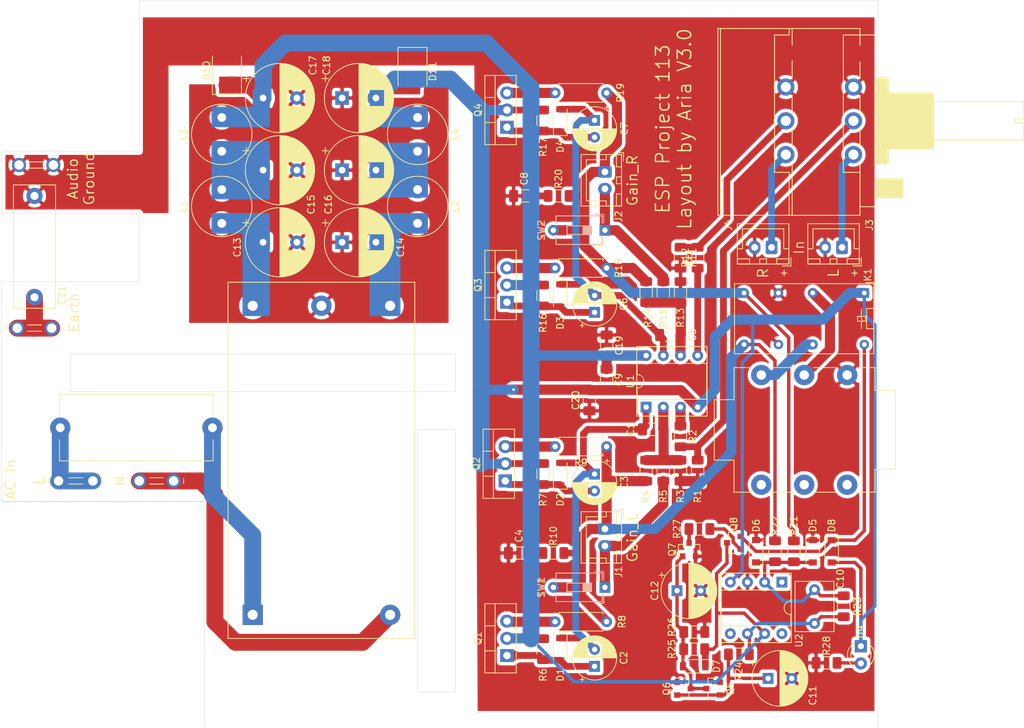
<source format=kicad_pcb>
(kicad_pcb (version 20171130) (host pcbnew "(5.1.10)-1")
  (layers (0 F.Cu signal) (31 B.Cu signal) (34 B.Paste user) (35 F.Paste user) (36 B.SilkS user) (37 F.SilkS user) (38 B.Mask user) (39 F.Mask user) (44 Edge.Cuts user))
  (net 0 "")
  (net 1 L_In)
  (net 2 "Net-(C1-Pad1)")
  (net 3 R_In)
  (net 4 L_Out)
  (net 5 R_Out)
  (net 6 GND)
  (net 7 "Net-(C10-Pad2)")
  (net 8 "Net-(C1-Pad2)")
  (net 9 "Net-(C4-Pad2)")
  (net 10 "Net-(C6-Pad1)")
  (net 11 VCC)
  (net 12 Mute_+)
  (net 13 "Net-(J1-Pad2)")
  (net 14 "Net-(J2-Pad2)")
  (net 15 "Net-(Q7-Pad3)")
  (net 16 "Net-(Q8-Pad1)")
  (net 17 "Net-(R2-Pad1)")
  (net 18 "Net-(C3-Pad2)")
  (net 19 Mute_-)
  (net 20 "Net-(C11-Pad1)")
  (net 21 "Net-(Q1-Pad3)")
  (net 22 "Net-(Q2-Pad3)")
  (net 23 "Net-(Q3-Pad3)")
  (net 24 "Net-(Q4-Pad3)")
  (net 25 "Net-(C2-Pad1)")
  (net 26 "Net-(C5-Pad1)")
  (net 27 "Net-(C8-Pad2)")
  (net 28 "Net-(C10-Pad1)")
  (net 29 "Net-(C13-Pad1)")
  (net 30 "Net-(C14-Pad2)")
  (net 31 "Net-(D9-Pad2)")
  (net 32 "Net-(C5-Pad2)")
  (net 33 "Net-(C7-Pad2)")
  (net 34 "Net-(C12-Pad1)")
  (net 35 "Net-(C15-Pad1)")
  (net 36 "Net-(C16-Pad2)")
  (net 37 "Net-(R12-Pad1)")
  (net 38 "Net-(J3-Pad1)")
  (net 39 "Net-(J5-PadT)")
  (net 40 "Net-(J5-PadR)")
  (net 41 "Net-(U2-Pad8)")
  (net 42 "Net-(U2-Pad5)")
  (net 43 "Net-(U2-Pad1)")
  (net 44 "Net-(F1-Pad2)")
  (net 45 "Net-(F1-Pad1)")
  (net 46 "Net-(J8-Pad1)")
  (net 47 GNDPWR)
  (net 48 "Net-(J4-Pad1)")
  (module Button_Switch_THT:SW_DIP_SPSTx01_Slide_6.7x4.1mm_W7.62mm_P2.54mm_LowProfile (layer F.Cu) (at 104.648 101.092 180)
    (fp_text reference SW1 (at 9.398 0 90) (layer F.SilkS))
    (fp_text value Gain_L)
    (fp_text user SW1 (at 9.398 0 270) (layer B.SilkS) (effects (justify mirror)))
    (pad 2 thru_hole oval (at 7.62 0 180) (size 1.6 1.6) (drill 0.8) (layers *.Cu *.Mask) (net 4 L_Out))
    (pad 1 thru_hole rect (at 0 0 180) (size 1.6 1.6) (drill 0.8) (layers *.Cu *.Mask) (net 13 "Net-(J1-Pad2)"))
  )
  (module Button_Switch_THT:SW_DIP_SPSTx01_Slide_6.7x4.1mm_W7.62mm_P2.54mm_LowProfile (layer F.Cu) (at 104.648 48.26 180)
    (fp_text reference SW2 (at 9.398 0 90) (layer F.SilkS))
    (fp_text value Gain_R)
    (fp_text user SW2 (at 9.398 0 270) (layer B.SilkS) (effects (justify mirror)))
    (pad 2 thru_hole oval (at 7.62 0 180) (size 1.6 1.6) (drill 0.8) (layers *.Cu *.Mask) (net 5 R_Out))
    (pad 1 thru_hole rect (at 0 0 180) (size 1.6 1.6) (drill 0.8) (layers *.Cu *.Mask) (net 14 "Net-(J2-Pad2)"))
  )
  (module Inductor_THT:L_Radial_D8.7mm_P5.00mm_Fastron_07HCP (layer F.Cu) (at 76.962 36.576 90)
    (fp_text reference L4 (at 2.54 5.588 90) (layer F.SilkS))
    (fp_text value 68u)
    (pad 2 thru_hole circle (at 5 0 90) (size 2.6 2.6) (drill 1.3) (layers *.Cu *.Mask) (net 19 Mute_-))
    (pad 1 thru_hole circle (at 0 0 90) (size 2.6 2.6) (drill 1.3) (layers *.Cu *.Mask) (net 36 "Net-(C16-Pad2)"))
  )
  (module Inductor_THT:L_Radial_D8.7mm_P5.00mm_Fastron_07HCP (layer F.Cu) (at 48.006 36.576 90)
    (fp_text reference L3 (at 2.5 -5.6 90) (layer F.SilkS))
    (fp_text value 68u)
    (pad 2 thru_hole circle (at 5 0 90) (size 2.6 2.6) (drill 1.3) (layers *.Cu *.Mask) (net 11 VCC))
    (pad 1 thru_hole circle (at 0 0 90) (size 2.6 2.6) (drill 1.3) (layers *.Cu *.Mask) (net 35 "Net-(C15-Pad1)"))
  )
  (module Inductor_THT:L_Radial_D8.7mm_P5.00mm_Fastron_07HCP (layer F.Cu) (at 76.962 47.244 90)
    (fp_text reference L2 (at 2.5 5.588 90) (layer F.SilkS))
    (fp_text value 68u)
    (pad 2 thru_hole circle (at 5 0 90) (size 2.6 2.6) (drill 1.3) (layers *.Cu *.Mask) (net 36 "Net-(C16-Pad2)"))
    (pad 1 thru_hole circle (at 0 0 90) (size 2.6 2.6) (drill 1.3) (layers *.Cu *.Mask) (net 30 "Net-(C14-Pad2)"))
  )
  (module Inductor_THT:L_Radial_D8.7mm_P5.00mm_Fastron_07HCP (layer F.Cu) (at 48.006 47.244 90)
    (fp_text reference L1 (at 2.5 -5.6 90) (layer F.SilkS))
    (fp_text value 68u)
    (pad 2 thru_hole circle (at 5 0 90) (size 2.6 2.6) (drill 1.3) (layers *.Cu *.Mask) (net 35 "Net-(C15-Pad1)"))
    (pad 1 thru_hole circle (at 0 0 90) (size 2.6 2.6) (drill 1.3) (layers *.Cu *.Mask) (net 29 "Net-(C13-Pad1)"))
  )
  (module ESP-P113-Compact:FastOn (layer F.Cu) (at 23.114 38.608 180)
    (fp_text reference J9 hide)
    (fp_text value GND_Audio)
    (pad 1 thru_hole circle (at 5.08 0 180) (size 2.1 2.1) (drill 1.4) (layers *.Cu *.Mask) (net 6 GND))
    (pad 1 thru_hole circle (at 0 0 180) (size 2.1 2.1) (drill 1.4) (layers *.Cu *.Mask) (net 6 GND))
  )
  (module ESP-P113-Compact:FastOn (layer F.Cu) (at 22.86 62.738 180)
    (fp_text reference J6 hide)
    (fp_text value PE)
    (pad 1 thru_hole circle (at 5.08 0 180) (size 2.1 2.1) (drill 1.4) (layers *.Cu *.Mask) (net 47 GNDPWR))
    (pad 1 thru_hole circle (at 0 0 180) (size 2.1 2.1) (drill 1.4) (layers *.Cu *.Mask) (net 47 GNDPWR))
  )
  (module Capacitor_THT:C_Rect_L18.0mm_W6.0mm_P15.00mm_FKS3_FKP3 (layer F.Cu) (at 20.32 43.18 270)
    (fp_text reference C21 (at 14.732 -4.064 90) (layer F.SilkS))
    (fp_text value 100n)
    (pad 2 thru_hole circle (at 15 0 270) (size 2.4 2.4) (drill 1.2) (layers *.Cu *.Mask) (net 47 GNDPWR))
    (pad 1 thru_hole circle (at 0 0 270) (size 2.4 2.4) (drill 1.2) (layers *.Cu *.Mask) (net 6 GND))
  )
  (module ESP-P113-Compact:FastOn (layer F.Cu) (at 40.894 85.344 180)
    (fp_text reference J8 hide)
    (fp_text value AC_N)
    (pad 1 thru_hole circle (at 5.08 0 180) (size 2.1 2.1) (drill 1.4) (layers *.Cu *.Mask) (net 46 "Net-(J8-Pad1)"))
    (pad 1 thru_hole circle (at 0 0 180) (size 2.1 2.1) (drill 1.4) (layers *.Cu *.Mask) (net 46 "Net-(J8-Pad1)"))
  )
  (module ESP-P113-Compact:FastOn (layer F.Cu) (at 23.876 85.344)
    (fp_text reference J7 hide)
    (fp_text value AC_L)
    (pad 1 thru_hole circle (at 5.08 0) (size 2.1 2.1) (drill 1.4) (layers *.Cu *.Mask) (net 45 "Net-(F1-Pad1)"))
    (pad 1 thru_hole circle (at 0 0) (size 2.1 2.1) (drill 1.4) (layers *.Cu *.Mask) (net 45 "Net-(F1-Pad1)"))
  )
  (module Fuse:Fuseholder_Cylinder-5x20mm_Schurter_0031_8201_Horizontal_Open (layer F.Cu) (at 24.13 77.47)
    (fp_text reference F1 hide)
    (fp_text value 1A)
    (pad "" np_thru_hole circle (at 11.25 0) (size 2.7 2.7) (drill 2.7) (layers *.Cu *.Mask))
    (pad 2 thru_hole circle (at 22.5 0) (size 3 3) (drill 1.3) (layers *.Cu *.Mask) (net 44 "Net-(F1-Pad2)"))
    (pad 1 thru_hole circle (at 0 0) (size 3 3) (drill 1.3) (layers *.Cu *.Mask) (net 45 "Net-(F1-Pad1)"))
  )
  (module Diode_SMD:D_SOD-123 (layer F.Cu) (at 98.044 32.004 90)
    (fp_text reference D4 (at -3.81 0 90) (layer F.SilkS))
    (fp_text value 1N4148)
    (pad 2 smd rect (at 1.65 0 90) (size 0.9 1.2) (layers F.Cu F.Paste F.Mask) (net 26 "Net-(C5-Pad1)"))
    (pad 1 smd rect (at -1.65 0 90) (size 0.9 1.2) (layers F.Cu F.Paste F.Mask) (net 33 "Net-(C7-Pad2)"))
  )
  (module Diode_SMD:D_SOD-123 (layer F.Cu) (at 98.044 57.912 270)
    (fp_text reference D3 (at 4.064 0 90) (layer F.SilkS))
    (fp_text value 1N4148)
    (pad 2 smd rect (at 1.65 0 270) (size 0.9 1.2) (layers F.Cu F.Paste F.Mask) (net 10 "Net-(C6-Pad1)"))
    (pad 1 smd rect (at -1.65 0 270) (size 0.9 1.2) (layers F.Cu F.Paste F.Mask) (net 26 "Net-(C5-Pad1)"))
  )
  (module Diode_SMD:D_SOD-123 (layer F.Cu) (at 98.044 84.328 90)
    (fp_text reference D2 (at -3.81 0 90) (layer F.SilkS))
    (fp_text value 1N4148)
    (pad 2 smd rect (at 1.65 0 90) (size 0.9 1.2) (layers F.Cu F.Paste F.Mask) (net 2 "Net-(C1-Pad1)"))
    (pad 1 smd rect (at -1.65 0 90) (size 0.9 1.2) (layers F.Cu F.Paste F.Mask) (net 18 "Net-(C3-Pad2)"))
  )
  (module Diode_SMD:D_SOD-123 (layer F.Cu) (at 98.044 110.236 270)
    (fp_text reference D1 (at 3.81 0 90) (layer F.SilkS))
    (fp_text value 1N4148)
    (pad 2 smd rect (at 1.65 0 270) (size 0.9 1.2) (layers F.Cu F.Paste F.Mask) (net 25 "Net-(C2-Pad1)"))
    (pad 1 smd rect (at -1.65 0 270) (size 0.9 1.2) (layers F.Cu F.Paste F.Mask) (net 2 "Net-(C1-Pad1)"))
  )
  (module ESP-P113-Compact:Converter_ACDC_RACx0-DK_THT (layer F.Cu) (at 62.738 82.296 90)
    (fp_text reference PS1 hide)
    (fp_text value RAC20-15DK)
    (pad 1 thru_hole rect (at -22.86 -10.16 90) (size 3 3) (drill 1.5) (layers *.Cu *.Mask) (net 44 "Net-(F1-Pad2)"))
    (pad 4 thru_hole circle (at 22.86 0 90) (size 3 3) (drill 1.5) (layers *.Cu *.Mask) (net 6 GND))
    (pad 2 thru_hole circle (at -22.86 10.16 90) (size 3 3) (drill 1.5) (layers *.Cu *.Mask) (net 46 "Net-(J8-Pad1)"))
    (pad 3 thru_hole circle (at 22.86 10.16 90) (size 3 3) (drill 1.5) (layers *.Cu *.Mask) (net 30 "Net-(C14-Pad2)"))
    (pad 5 thru_hole circle (at 22.86 -10.16 90) (size 3 3) (drill 1.5) (layers *.Cu *.Mask) (net 29 "Net-(C13-Pad1)"))
  )
  (module ESP-P113-Compact:ALPS_RK27112 (layer F.Cu) (at 136.398 32.074 270)
    (fp_text reference RV1 hide)
    (fp_text value RK27)
    (pad 1 thru_hole circle (at 5 -5 270) (size 2.55 2.55) (drill 1.5) (layers *.Cu *.Mask) (net 38 "Net-(J3-Pad1)"))
    (pad 2 thru_hole circle (at 0 -5 270) (size 2.55 2.55) (drill 1.5) (layers *.Cu *.Mask) (net 1 L_In))
    (pad 3 thru_hole circle (at -5 -5 270) (size 2.55 2.55) (drill 1.5) (layers *.Cu *.Mask) (net 6 GND))
    (pad 4 thru_hole circle (at 5 5 270) (size 2.55 2.55) (drill 1.5) (layers *.Cu *.Mask) (net 48 "Net-(J4-Pad1)"))
    (pad 5 thru_hole circle (at 0 5 270) (size 2.55 2.55) (drill 1.5) (layers *.Cu *.Mask Eco2.User) (net 3 R_In))
    (pad 6 thru_hole circle (at -5 5 270) (size 2.55 2.55) (drill 1.5) (layers *.Cu *.Mask) (net 6 GND))
  )
  (module Package_DIP:DIP-8_W7.62mm_Socket (layer F.Cu) (at 110.744 74.421935 90)
    (fp_text reference U1 (at 3.81 -2.33 90) (layer F.SilkS))
    (fp_text value OPA1652)
    (pad 8 thru_hole oval (at 7.62 0 90) (size 1.6 1.6) (drill 0.8) (layers *.Cu *.Mask) (net 11 VCC))
    (pad 4 thru_hole oval (at 0 7.62 90) (size 1.6 1.6) (drill 0.8) (layers *.Cu *.Mask) (net 19 Mute_-))
    (pad 7 thru_hole oval (at 7.62 2.54 90) (size 1.6 1.6) (drill 0.8) (layers *.Cu *.Mask) (net 26 "Net-(C5-Pad1)"))
    (pad 3 thru_hole oval (at 0 5.08 90) (size 1.6 1.6) (drill 0.8) (layers *.Cu *.Mask) (net 17 "Net-(R2-Pad1)"))
    (pad 6 thru_hole oval (at 7.62 5.08 90) (size 1.6 1.6) (drill 0.8) (layers *.Cu *.Mask) (net 32 "Net-(C5-Pad2)"))
    (pad 2 thru_hole oval (at 0 2.54 90) (size 1.6 1.6) (drill 0.8) (layers *.Cu *.Mask) (net 8 "Net-(C1-Pad2)"))
    (pad 5 thru_hole oval (at 7.62 7.62 90) (size 1.6 1.6) (drill 0.8) (layers *.Cu *.Mask) (net 37 "Net-(R12-Pad1)"))
    (pad 1 thru_hole rect (at 0 0 90) (size 1.6 1.6) (drill 0.8) (layers *.Cu *.Mask) (net 2 "Net-(C1-Pad1)"))
  )
  (module Resistor_THT:R_Axial_DIN0207_L6.3mm_D2.5mm_P7.62mm_Horizontal (layer F.Cu) (at 97.283786 53.847935)
    (fp_text reference R18 (at 9.396214 0.000065 270) (layer F.SilkS))
    (fp_text value 9.1)
    (pad 2 thru_hole oval (at 7.62 0) (size 1.6 1.6) (drill 0.8) (layers *.Cu *.Mask) (net 5 R_Out))
    (pad 1 thru_hole circle (at 0 0) (size 1.6 1.6) (drill 0.8) (layers *.Cu *.Mask) (net 23 "Net-(Q3-Pad3)"))
  )
  (module Resistor_SMD:R_1206_3216Metric_Pad1.30x1.75mm_HandSolder (layer F.Cu) (at 95.504 32.029935 90)
    (fp_text reference R17 (at -3.911065 0 90) (layer F.SilkS))
    (fp_text value 3k3)
    (pad 2 smd roundrect (at 1.55 0 90) (size 1.3 1.75) (layers F.Cu F.Paste F.Mask) (roundrect_rratio 0.192308) (net 19 Mute_-))
    (pad 1 smd roundrect (at -1.55 0 90) (size 1.3 1.75) (layers F.Cu F.Paste F.Mask) (roundrect_rratio 0.192308) (net 33 "Net-(C7-Pad2)"))
  )
  (module Resistor_SMD:R_1206_3216Metric_Pad1.30x1.75mm_HandSolder (layer F.Cu) (at 97.028 96.012)
    (fp_text reference R10 (at 0 -2.54 90) (layer F.SilkS))
    (fp_text value 10)
    (pad 2 smd roundrect (at 1.55 0) (size 1.3 1.75) (layers F.Cu F.Paste F.Mask) (roundrect_rratio 0.192308) (net 4 L_Out))
    (pad 1 smd roundrect (at -1.55 0) (size 1.3 1.75) (layers F.Cu F.Paste F.Mask) (roundrect_rratio 0.192308) (net 9 "Net-(C4-Pad2)"))
  )
  (module Resistor_SMD:R_1206_3216Metric_Pad1.30x1.75mm_HandSolder (layer F.Cu) (at 110.745786 57.403935 90)
    (fp_text reference R14 (at -3.810065 0.252214 90) (layer F.SilkS))
    (fp_text value 6k2)
    (pad 1 smd roundrect (at -1.55 0 90) (size 1.3 1.75) (layers F.Cu F.Paste F.Mask) (roundrect_rratio 0.192308) (net 32 "Net-(C5-Pad2)"))
    (pad 2 smd roundrect (at 1.55 0 90) (size 1.3 1.75) (layers F.Cu F.Paste F.Mask) (roundrect_rratio 0.192308) (net 5 R_Out))
  )
  (module Resistor_SMD:R_1206_3216Metric_Pad1.30x1.75mm_HandSolder (layer F.Cu) (at 97.79 43.180065)
    (fp_text reference R20 (at 0 -2.540065 270) (layer F.SilkS))
    (fp_text value 10)
    (pad 2 smd roundrect (at 1.55 0) (size 1.3 1.75) (layers F.Cu F.Paste F.Mask) (roundrect_rratio 0.192308) (net 5 R_Out))
    (pad 1 smd roundrect (at -1.55 0) (size 1.3 1.75) (layers F.Cu F.Paste F.Mask) (roundrect_rratio 0.192308) (net 27 "Net-(C8-Pad2)"))
  )
  (module Resistor_THT:R_Axial_DIN0207_L6.3mm_D2.5mm_P7.62mm_Horizontal (layer F.Cu) (at 104.903786 27.939935 180)
    (fp_text reference R19 (at -2.030214 -0.000065 270) (layer F.SilkS))
    (fp_text value 9.1)
    (pad 2 thru_hole oval (at 7.62 0 180) (size 1.6 1.6) (drill 0.8) (layers *.Cu *.Mask) (net 24 "Net-(Q4-Pad3)"))
    (pad 1 thru_hole circle (at 0 0 180) (size 1.6 1.6) (drill 0.8) (layers *.Cu *.Mask) (net 5 R_Out))
  )
  (module Resistor_SMD:R_1206_3216Metric_Pad1.30x1.75mm_HandSolder (layer F.Cu) (at 115.824 52.324 270)
    (fp_text reference R11 (at 0 -1.82 90) (layer F.SilkS))
    (fp_text value 100k)
    (pad 1 smd roundrect (at -1.55 0 270) (size 1.3 1.75) (layers F.Cu F.Paste F.Mask) (roundrect_rratio 0.192308) (net 3 R_In))
    (pad 2 smd roundrect (at 1.55 0 270) (size 1.3 1.75) (layers F.Cu F.Paste F.Mask) (roundrect_rratio 0.192308) (net 6 GND))
  )
  (module Resistor_SMD:R_1206_3216Metric_Pad1.30x1.75mm_HandSolder (layer F.Cu) (at 95.504 57.912 270)
    (fp_text reference R16 (at 4.064 0 90) (layer F.SilkS))
    (fp_text value 3k3)
    (pad 2 smd roundrect (at 1.55 0 270) (size 1.3 1.75) (layers F.Cu F.Paste F.Mask) (roundrect_rratio 0.192308) (net 10 "Net-(C6-Pad1)"))
    (pad 1 smd roundrect (at -1.55 0 270) (size 1.3 1.75) (layers F.Cu F.Paste F.Mask) (roundrect_rratio 0.192308) (net 11 VCC))
  )
  (module Resistor_SMD:R_1206_3216Metric_Pad1.30x1.75mm_HandSolder (layer F.Cu) (at 113.284 57.404 90)
    (fp_text reference R15 (at -3.81 0 90) (layer F.SilkS))
    (fp_text value 620)
    (pad 1 smd roundrect (at -1.55 0 90) (size 1.3 1.75) (layers F.Cu F.Paste F.Mask) (roundrect_rratio 0.192308) (net 32 "Net-(C5-Pad2)"))
    (pad 2 smd roundrect (at 1.55 0 90) (size 1.3 1.75) (layers F.Cu F.Paste F.Mask) (roundrect_rratio 0.192308) (net 14 "Net-(J2-Pad2)"))
  )
  (module Resistor_SMD:R_1206_3216Metric_Pad1.30x1.75mm_HandSolder (layer F.Cu) (at 115.824 57.404 90)
    (fp_text reference R13 (at -3.81 0 90) (layer F.SilkS))
    (fp_text value 1k1)
    (pad 1 smd roundrect (at -1.55 0 90) (size 1.3 1.75) (layers F.Cu F.Paste F.Mask) (roundrect_rratio 0.192308) (net 32 "Net-(C5-Pad2)"))
    (pad 2 smd roundrect (at 1.55 0 90) (size 1.3 1.75) (layers F.Cu F.Paste F.Mask) (roundrect_rratio 0.192308) (net 6 GND))
  )
  (module Resistor_SMD:R_1206_3216Metric_Pad1.30x1.75mm_HandSolder (layer F.Cu) (at 118.364 52.324 90)
    (fp_text reference R12 (at 0 -1.82 90) (layer F.SilkS))
    (fp_text value 1k)
    (pad 2 smd roundrect (at 1.55 0 90) (size 1.3 1.75) (layers F.Cu F.Paste F.Mask) (roundrect_rratio 0.192308) (net 3 R_In))
    (pad 1 smd roundrect (at -1.55 0 90) (size 1.3 1.75) (layers F.Cu F.Paste F.Mask) (roundrect_rratio 0.192308) (net 37 "Net-(R12-Pad1)"))
  )
  (module Resistor_THT:R_Axial_DIN0207_L6.3mm_D2.5mm_P7.62mm_Horizontal (layer F.Cu) (at 104.903786 80.263935 180)
    (fp_text reference R9 (at 3.81 -2.37) (layer F.SilkS))
    (fp_text value 9.1)
    (pad 2 thru_hole oval (at 7.62 0 180) (size 1.6 1.6) (drill 0.8) (layers *.Cu *.Mask) (net 22 "Net-(Q2-Pad3)"))
    (pad 1 thru_hole circle (at 0 0 180) (size 1.6 1.6) (drill 0.8) (layers *.Cu *.Mask) (net 4 L_Out))
  )
  (module Resistor_SMD:R_1206_3216Metric_Pad1.30x1.75mm_HandSolder (layer F.Cu) (at 95.504 84.328 90)
    (fp_text reference R7 (at -3.81 0 90) (layer F.SilkS))
    (fp_text value 3k3)
    (pad 2 smd roundrect (at 1.55 0 90) (size 1.3 1.75) (layers F.Cu F.Paste F.Mask) (roundrect_rratio 0.192308) (net 19 Mute_-))
    (pad 1 smd roundrect (at -1.55 0 90) (size 1.3 1.75) (layers F.Cu F.Paste F.Mask) (roundrect_rratio 0.192308) (net 18 "Net-(C3-Pad2)"))
  )
  (module Resistor_THT:R_Axial_DIN0207_L6.3mm_D2.5mm_P7.62mm_Horizontal (layer F.Cu) (at 97.283786 106.171935)
    (fp_text reference R8 (at 9.904214 0.000065 90) (layer F.SilkS))
    (fp_text value 9.1)
    (pad 2 thru_hole oval (at 7.62 0) (size 1.6 1.6) (drill 0.8) (layers *.Cu *.Mask) (net 4 L_Out))
    (pad 1 thru_hole circle (at 0 0) (size 1.6 1.6) (drill 0.8) (layers *.Cu *.Mask) (net 21 "Net-(Q1-Pad3)"))
  )
  (module Resistor_SMD:R_1206_3216Metric_Pad1.30x1.75mm_HandSolder (layer F.Cu) (at 113.284 83.819935 270)
    (fp_text reference R5 (at 3.810065 0 90) (layer F.SilkS))
    (fp_text value 620)
    (pad 1 smd roundrect (at -1.55 0 270) (size 1.3 1.75) (layers F.Cu F.Paste F.Mask) (roundrect_rratio 0.192308) (net 8 "Net-(C1-Pad2)"))
    (pad 2 smd roundrect (at 1.55 0 270) (size 1.3 1.75) (layers F.Cu F.Paste F.Mask) (roundrect_rratio 0.192308) (net 13 "Net-(J1-Pad2)"))
  )
  (module Resistor_SMD:R_1206_3216Metric_Pad1.30x1.75mm_HandSolder (layer F.Cu) (at 110.745786 83.819935 270)
    (fp_text reference R4 (at 3.810065 0.001786 90) (layer F.SilkS))
    (fp_text value 6k2)
    (pad 1 smd roundrect (at -1.55 0 270) (size 1.3 1.75) (layers F.Cu F.Paste F.Mask) (roundrect_rratio 0.192308) (net 8 "Net-(C1-Pad2)"))
    (pad 2 smd roundrect (at 1.55 0 270) (size 1.3 1.75) (layers F.Cu F.Paste F.Mask) (roundrect_rratio 0.192308) (net 4 L_Out))
  )
  (module Resistor_SMD:R_1206_3216Metric_Pad1.30x1.75mm_HandSolder (layer F.Cu) (at 115.824 78.74 270)
    (fp_text reference R2 (at 0 -1.82 90) (layer F.SilkS))
    (fp_text value 1k)
    (pad 2 smd roundrect (at 1.55 0 270) (size 1.3 1.75) (layers F.Cu F.Paste F.Mask) (roundrect_rratio 0.192308) (net 1 L_In))
    (pad 1 smd roundrect (at -1.55 0 270) (size 1.3 1.75) (layers F.Cu F.Paste F.Mask) (roundrect_rratio 0.192308) (net 17 "Net-(R2-Pad1)"))
  )
  (module Package_TO_SOT_THT:TO-220-3_Vertical (layer F.Cu) (at 90.171786 33.02 90)
    (fp_text reference Q4 (at 2.54 -4.27 90) (layer F.SilkS))
    (fp_text value MJE15029)
    (pad 1 thru_hole rect (at 0 0 90) (size 1.905 2) (drill 1.1) (layers *.Cu *.Mask) (net 33 "Net-(C7-Pad2)"))
    (pad 2 thru_hole oval (at 2.54 0 90) (size 1.905 2) (drill 1.1) (layers *.Cu *.Mask) (net 19 Mute_-))
    (pad 3 thru_hole oval (at 5.08 0 90) (size 1.905 2) (drill 1.1) (layers *.Cu *.Mask) (net 24 "Net-(Q4-Pad3)"))
  )
  (module Connector_JST:JST_XH_B2B-XH-A_1x02_P2.50mm_Vertical (layer F.Cu) (at 104.648 92.456 270)
    (fp_text reference J1 (at 6.35 -2.032 90) (layer F.SilkS))
    (fp_text value Gain_L_Ex)
    (pad 2 thru_hole oval (at 2.5 0 270) (size 1.7 2) (drill 1) (layers *.Cu *.Mask) (net 13 "Net-(J1-Pad2)"))
    (pad 1 thru_hole roundrect (at 0 0 270) (size 1.7 2) (drill 1) (layers *.Cu *.Mask) (roundrect_rratio 0.147059) (net 4 L_Out))
  )
  (module LED_THT:LED_D3.0mm (layer F.Cu) (at 142.494 109.798 270)
    (fp_text reference D9 (at -2.102 0 90) (layer F.SilkS))
    (fp_text value LED)
    (pad 1 thru_hole rect (at 0 0 270) (size 1.8 1.8) (drill 0.9) (layers *.Cu *.Mask) (net 19 Mute_-))
    (pad 2 thru_hole circle (at 2.54 0 270) (size 1.8 1.8) (drill 0.9) (layers *.Cu *.Mask) (net 31 "Net-(D9-Pad2)"))
  )
  (module Package_TO_SOT_THT:TO-220-3_Vertical (layer F.Cu) (at 90.171786 58.91 90)
    (fp_text reference Q3 (at 2.54 -4.27 90) (layer F.SilkS))
    (fp_text value MJE15028)
    (pad 1 thru_hole rect (at 0 0 90) (size 1.905 2) (drill 1.1) (layers *.Cu *.Mask) (net 10 "Net-(C6-Pad1)"))
    (pad 2 thru_hole oval (at 2.54 0 90) (size 1.905 2) (drill 1.1) (layers *.Cu *.Mask) (net 11 VCC))
    (pad 3 thru_hole oval (at 5.08 0 90) (size 1.905 2) (drill 1.1) (layers *.Cu *.Mask) (net 23 "Net-(Q3-Pad3)"))
  )
  (module Package_TO_SOT_THT:TO-220-3_Vertical (layer F.Cu) (at 90.171786 111.172 90)
    (fp_text reference Q1 (at 2.54 -4.27 90) (layer F.SilkS))
    (fp_text value MJE15028)
    (pad 1 thru_hole rect (at 0 0 90) (size 1.905 2) (drill 1.1) (layers *.Cu *.Mask) (net 25 "Net-(C2-Pad1)"))
    (pad 2 thru_hole oval (at 2.54 0 90) (size 1.905 2) (drill 1.1) (layers *.Cu *.Mask) (net 11 VCC))
    (pad 3 thru_hole oval (at 5.08 0 90) (size 1.905 2) (drill 1.1) (layers *.Cu *.Mask) (net 21 "Net-(Q1-Pad3)"))
  )
  (module Connector_JST:JST_XH_B2B-XH-A_1x02_P2.50mm_Vertical (layer F.Cu) (at 104.648 39.624 270)
    (fp_text reference J2 (at 6.604 -2.032 90) (layer F.SilkS))
    (fp_text value Gain_R_Ex)
    (pad 2 thru_hole oval (at 2.5 0 270) (size 1.7 2) (drill 1) (layers *.Cu *.Mask) (net 14 "Net-(J2-Pad2)"))
    (pad 1 thru_hole roundrect (at 0 0 270) (size 1.7 2) (drill 1) (layers *.Cu *.Mask) (roundrect_rratio 0.147059) (net 5 R_Out))
  )
  (module Connector_Audio:Jack_6.35mm_Neutrik_NMJ6HCD2_Horizontal (layer F.Cu) (at 127.762 69.679)
    (fp_text reference J5 hide)
    (fp_text value HPOut)
    (pad R thru_hole circle (at 6.35 0) (size 3 3) (drill 1.4) (layers *.Cu *.Mask) (net 40 "Net-(J5-PadR)"))
    (pad S thru_hole circle (at 12.7 0) (size 3 3) (drill 1.4) (layers *.Cu *.Mask) (net 6 GND))
    (pad T thru_hole circle (at 0 0) (size 3 3) (drill 1.4) (layers *.Cu *.Mask) (net 39 "Net-(J5-PadT)"))
    (pad RN thru_hole circle (at 6.35 16.23) (size 3 3) (drill 1.4) (layers *.Cu *.Mask))
    (pad SN thru_hole circle (at 12.7 16.23) (size 3 3) (drill 1.4) (layers *.Cu *.Mask))
    (pad TN thru_hole circle (at 0 16.23) (size 3 3) (drill 1.4) (layers *.Cu *.Mask))
  )
  (module Resistor_SMD:R_1206_3216Metric_Pad1.30x1.75mm_HandSolder (layer F.Cu) (at 95.504 110.235935 270)
    (fp_text reference R6 (at 3.810065 0 90) (layer F.SilkS))
    (fp_text value 3k3)
    (pad 2 smd roundrect (at 1.55 0 270) (size 1.3 1.75) (layers F.Cu F.Paste F.Mask) (roundrect_rratio 0.192308) (net 25 "Net-(C2-Pad1)"))
    (pad 1 smd roundrect (at -1.55 0 270) (size 1.3 1.75) (layers F.Cu F.Paste F.Mask) (roundrect_rratio 0.192308) (net 11 VCC))
  )
  (module Resistor_SMD:R_1206_3216Metric_Pad1.30x1.75mm_HandSolder (layer F.Cu) (at 115.824 83.819935 270)
    (fp_text reference R3 (at 3.810065 0 90) (layer F.SilkS))
    (fp_text value 1k1)
    (pad 1 smd roundrect (at -1.55 0 270) (size 1.3 1.75) (layers F.Cu F.Paste F.Mask) (roundrect_rratio 0.192308) (net 8 "Net-(C1-Pad2)"))
    (pad 2 smd roundrect (at 1.55 0 270) (size 1.3 1.75) (layers F.Cu F.Paste F.Mask) (roundrect_rratio 0.192308) (net 6 GND))
  )
  (module Resistor_SMD:R_1206_3216Metric_Pad1.30x1.75mm_HandSolder (layer F.Cu) (at 118.364 83.82 270)
    (fp_text reference R1 (at 3.81 0 90) (layer F.SilkS))
    (fp_text value 100k)
    (pad 1 smd roundrect (at -1.55 0 270) (size 1.3 1.75) (layers F.Cu F.Paste F.Mask) (roundrect_rratio 0.192308) (net 1 L_In))
    (pad 2 smd roundrect (at 1.55 0 270) (size 1.3 1.75) (layers F.Cu F.Paste F.Mask) (roundrect_rratio 0.192308) (net 6 GND))
  )
  (module Package_TO_SOT_THT:TO-220-3_Vertical (layer F.Cu) (at 89.916 85.344 90)
    (fp_text reference Q2 (at 2.54 -4.27 90) (layer F.SilkS))
    (fp_text value MJE15029)
    (pad 1 thru_hole rect (at 0 0 90) (size 1.905 2) (drill 1.1) (layers *.Cu *.Mask) (net 18 "Net-(C3-Pad2)"))
    (pad 2 thru_hole oval (at 2.54 0 90) (size 1.905 2) (drill 1.1) (layers *.Cu *.Mask) (net 19 Mute_-))
    (pad 3 thru_hole oval (at 5.08 0 90) (size 1.905 2) (drill 1.1) (layers *.Cu *.Mask) (net 22 "Net-(Q2-Pad3)"))
  )
  (module Capacitor_SMD:C_1206_3216Metric_Pad1.33x1.80mm_HandSolder (layer F.Cu) (at 92.71 43.18)
    (fp_text reference C8 (at 0 -2.54 270) (layer F.SilkS))
    (fp_text value 100n)
    (pad 2 smd roundrect (at 1.5625 0) (size 1.325 1.8) (layers F.Cu F.Paste F.Mask) (roundrect_rratio 0.188679) (net 27 "Net-(C8-Pad2)"))
    (pad 1 smd roundrect (at -1.5625 0) (size 1.325 1.8) (layers F.Cu F.Paste F.Mask) (roundrect_rratio 0.188679) (net 6 GND))
  )
  (module Capacitor_SMD:C_1206_3216Metric_Pad1.33x1.80mm_HandSolder (layer F.Cu) (at 114.301786 63.753935)
    (fp_text reference C5 (at 3.300214 0.000065 270) (layer F.SilkS))
    (fp_text value 220p)
    (pad 2 smd roundrect (at 1.5625 0) (size 1.325 1.8) (layers F.Cu F.Paste F.Mask) (roundrect_rratio 0.188679) (net 32 "Net-(C5-Pad2)"))
    (pad 1 smd roundrect (at -1.5625 0) (size 1.325 1.8) (layers F.Cu F.Paste F.Mask) (roundrect_rratio 0.188679) (net 26 "Net-(C5-Pad1)"))
  )
  (module Capacitor_THT:CP_Radial_D6.3mm_P2.50mm (layer F.Cu) (at 103.124 84.328 270)
    (fp_text reference C3 (at 1.25 -4.4 90) (layer F.SilkS))
    (fp_text value 100u)
    (pad 2 thru_hole circle (at 2.5 0 270) (size 1.6 1.6) (drill 0.8) (layers *.Cu *.Mask) (net 18 "Net-(C3-Pad2)"))
    (pad 1 thru_hole rect (at 0 0 270) (size 1.6 1.6) (drill 0.8) (layers *.Cu *.Mask) (net 2 "Net-(C1-Pad1)"))
  )
  (module Capacitor_SMD:C_1206_3216Metric_Pad1.33x1.80mm_HandSolder (layer F.Cu) (at 104.903786 70.358 90)
    (fp_text reference C9 (at 0 1.776214 90) (layer F.SilkS))
    (fp_text value 1u)
    (pad 2 smd roundrect (at 1.5625 0 90) (size 1.325 1.8) (layers F.Cu F.Paste F.Mask) (roundrect_rratio 0.188679) (net 11 VCC))
    (pad 1 smd roundrect (at -1.5625 0 90) (size 1.325 1.8) (layers F.Cu F.Paste F.Mask) (roundrect_rratio 0.188679) (net 19 Mute_-))
  )
  (module Capacitor_SMD:C_1206_3216Metric_Pad1.33x1.80mm_HandSolder (layer F.Cu) (at 91.948 96.012)
    (fp_text reference C4 (at 0 -2.54 270) (layer F.SilkS))
    (fp_text value 100n)
    (pad 2 smd roundrect (at 1.5625 0) (size 1.325 1.8) (layers F.Cu F.Paste F.Mask) (roundrect_rratio 0.188679) (net 9 "Net-(C4-Pad2)"))
    (pad 1 smd roundrect (at -1.5625 0) (size 1.325 1.8) (layers F.Cu F.Paste F.Mask) (roundrect_rratio 0.188679) (net 6 GND))
  )
  (module Capacitor_THT:CP_Radial_D6.3mm_P2.50mm (layer F.Cu) (at 103.124 60.412 90)
    (fp_text reference C6 (at 1.23 4.318 90) (layer F.SilkS))
    (fp_text value 100u)
    (pad 2 thru_hole circle (at 2.5 0 90) (size 1.6 1.6) (drill 0.8) (layers *.Cu *.Mask) (net 26 "Net-(C5-Pad1)"))
    (pad 1 thru_hole rect (at 0 0 90) (size 1.6 1.6) (drill 0.8) (layers *.Cu *.Mask) (net 10 "Net-(C6-Pad1)"))
  )
  (module Capacitor_THT:CP_Radial_D6.3mm_P2.50mm (layer F.Cu) (at 103.124 112.776 90)
    (fp_text reference C2 (at 1.25 4.318 90) (layer F.SilkS))
    (fp_text value 100u)
    (pad 2 thru_hole circle (at 2.5 0 90) (size 1.6 1.6) (drill 0.8) (layers *.Cu *.Mask) (net 2 "Net-(C1-Pad1)"))
    (pad 1 thru_hole rect (at 0 0 90) (size 1.6 1.6) (drill 0.8) (layers *.Cu *.Mask) (net 25 "Net-(C2-Pad1)"))
  )
  (module Capacitor_THT:CP_Radial_D6.3mm_P2.50mm (layer F.Cu) (at 103.124 32.004 270)
    (fp_text reference C7 (at 1.25 -4.4 90) (layer F.SilkS))
    (fp_text value 100u)
    (pad 2 thru_hole circle (at 2.5 0 270) (size 1.6 1.6) (drill 0.8) (layers *.Cu *.Mask) (net 33 "Net-(C7-Pad2)"))
    (pad 1 thru_hole rect (at 0 0 270) (size 1.6 1.6) (drill 0.8) (layers *.Cu *.Mask) (net 26 "Net-(C5-Pad1)"))
  )
  (module Capacitor_SMD:C_1206_3216Metric_Pad1.33x1.80mm_HandSolder (layer F.Cu) (at 111.76 77.724)
    (fp_text reference C1 (at -3.302 0 270) (layer F.SilkS))
    (fp_text value 220p)
    (pad 2 smd roundrect (at 1.5625 0) (size 1.325 1.8) (layers F.Cu F.Paste F.Mask) (roundrect_rratio 0.188679) (net 8 "Net-(C1-Pad2)"))
    (pad 1 smd roundrect (at -1.5625 0) (size 1.325 1.8) (layers F.Cu F.Paste F.Mask) (roundrect_rratio 0.188679) (net 2 "Net-(C1-Pad1)"))
  )
  (module Package_DIP:DIP-8_W7.62mm_Socket (layer F.Cu) (at 130.808214 100.320065 270)
    (fp_text reference U2 (at 8.645935 -2.541786 90) (layer F.SilkS))
    (fp_text value TL081)
    (pad 8 thru_hole oval (at 7.62 0 270) (size 1.6 1.6) (drill 0.8) (layers *.Cu *.Mask) (net 41 "Net-(U2-Pad8)"))
    (pad 4 thru_hole oval (at 0 7.62 270) (size 1.6 1.6) (drill 0.8) (layers *.Cu *.Mask) (net 19 Mute_-))
    (pad 7 thru_hole oval (at 7.62 2.54 270) (size 1.6 1.6) (drill 0.8) (layers *.Cu *.Mask) (net 11 VCC))
    (pad 3 thru_hole oval (at 0 5.08 270) (size 1.6 1.6) (drill 0.8) (layers *.Cu *.Mask) (net 6 GND))
    (pad 6 thru_hole oval (at 7.62 5.08 270) (size 1.6 1.6) (drill 0.8) (layers *.Cu *.Mask) (net 28 "Net-(C10-Pad1)"))
    (pad 2 thru_hole oval (at 0 2.54 270) (size 1.6 1.6) (drill 0.8) (layers *.Cu *.Mask) (net 7 "Net-(C10-Pad2)"))
    (pad 5 thru_hole oval (at 7.62 7.62 270) (size 1.6 1.6) (drill 0.8) (layers *.Cu *.Mask) (net 42 "Net-(U2-Pad5)"))
    (pad 1 thru_hole rect (at 0 0 270) (size 1.6 1.6) (drill 0.8) (layers *.Cu *.Mask) (net 43 "Net-(U2-Pad1)"))
  )
  (module Connector_JST:JST_XH_B2B-XH-A_1x02_P2.50mm_Vertical (layer F.Cu) (at 129.286 50.8 180)
    (fp_text reference J4 (at 6.35 3.302 270) (layer F.SilkS))
    (fp_text value R_In)
    (pad 2 thru_hole oval (at 2.5 0 180) (size 1.7 2) (drill 1) (layers *.Cu *.Mask) (net 6 GND))
    (pad 1 thru_hole roundrect (at 0 0 180) (size 1.7 2) (drill 1) (layers *.Cu *.Mask) (roundrect_rratio 0.147059) (net 48 "Net-(J4-Pad1)"))
  )
  (module Connector_JST:JST_XH_B2B-XH-A_1x02_P2.50mm_Vertical (layer F.Cu) (at 139.7 50.8 180)
    (fp_text reference J3 (at -4.064 3.302 270) (layer F.SilkS))
    (fp_text value L_In)
    (pad 2 thru_hole oval (at 2.5 0 180) (size 1.7 2) (drill 1) (layers *.Cu *.Mask) (net 6 GND))
    (pad 1 thru_hole roundrect (at 0 0 180) (size 1.7 2) (drill 1) (layers *.Cu *.Mask) (roundrect_rratio 0.147059) (net 38 "Net-(J3-Pad1)"))
  )
  (module Diode_SMD:D_SMB (layer F.Cu) (at 48.768 24.638 90)
    (fp_text reference D10 (at 0 -3 90) (layer F.SilkS))
    (fp_text value SMBJ15D)
    (pad 1 smd rect (at -2.15 0 90) (size 2.5 2.3) (layers F.Cu F.Paste F.Mask) (net 11 VCC))
    (pad 2 smd rect (at 2.15 0 90) (size 2.5 2.3) (layers F.Cu F.Paste F.Mask) (net 6 GND))
  )
  (module Resistor_SMD:R_1206_3216Metric_Pad1.30x1.75mm_HandSolder (layer F.Cu) (at 137.414 112.268)
    (fp_text reference R28 (at 0 -2.54 270) (layer F.SilkS))
    (fp_text value 1k)
    (pad 2 smd roundrect (at 1.55 0) (size 1.3 1.75) (layers F.Cu F.Paste F.Mask) (roundrect_rratio 0.192308) (net 31 "Net-(D9-Pad2)"))
    (pad 1 smd roundrect (at -1.55 0) (size 1.3 1.75) (layers F.Cu F.Paste F.Mask) (roundrect_rratio 0.192308) (net 6 GND))
  )
  (module Resistor_SMD:R_1206_3216Metric_Pad1.30x1.75mm_HandSolder (layer F.Cu) (at 118.618 92.456)
    (fp_text reference R27 (at -3.302 0 270) (layer F.SilkS))
    (fp_text value 10k)
    (pad 2 smd roundrect (at 1.55 0) (size 1.3 1.75) (layers F.Cu F.Paste F.Mask) (roundrect_rratio 0.192308) (net 16 "Net-(Q8-Pad1)"))
    (pad 1 smd roundrect (at -1.55 0) (size 1.3 1.75) (layers F.Cu F.Paste F.Mask) (roundrect_rratio 0.192308) (net 15 "Net-(Q7-Pad3)"))
  )
  (module Resistor_SMD:R_1206_3216Metric_Pad1.30x1.75mm_HandSolder (layer F.Cu) (at 117.856 107.696 180)
    (fp_text reference R26 (at 3.302 0.762 270) (layer F.SilkS))
    (fp_text value 475k)
    (pad 2 smd roundrect (at 1.55 0 180) (size 1.3 1.75) (layers F.Cu F.Paste F.Mask) (roundrect_rratio 0.192308) (net 34 "Net-(C12-Pad1)"))
    (pad 1 smd roundrect (at -1.55 0 180) (size 1.3 1.75) (layers F.Cu F.Paste F.Mask) (roundrect_rratio 0.192308) (net 6 GND))
  )
  (module Resistor_SMD:R_1206_3216Metric_Pad1.30x1.75mm_HandSolder (layer F.Cu) (at 117.846065 110.237786)
    (fp_text reference R25 (at -3.292065 -0.001786 270) (layer F.SilkS))
    (fp_text value 475k)
    (pad 2 smd roundrect (at 1.55 0) (size 1.3 1.75) (layers F.Cu F.Paste F.Mask) (roundrect_rratio 0.192308) (net 11 VCC))
    (pad 1 smd roundrect (at -1.55 0) (size 1.3 1.75) (layers F.Cu F.Paste F.Mask) (roundrect_rratio 0.192308) (net 34 "Net-(C12-Pad1)"))
  )
  (module Resistor_SMD:R_1206_3216Metric_Pad1.30x1.75mm_HandSolder (layer F.Cu) (at 124.458214 110.998)
    (fp_text reference R24 (at 0.001786 2.54 270) (layer F.SilkS))
    (fp_text value 1k)
    (pad 2 smd roundrect (at 1.55 0) (size 1.3 1.75) (layers F.Cu F.Paste F.Mask) (roundrect_rratio 0.192308) (net 28 "Net-(C10-Pad1)"))
    (pad 1 smd roundrect (at -1.55 0) (size 1.3 1.75) (layers F.Cu F.Paste F.Mask) (roundrect_rratio 0.192308) (net 20 "Net-(C11-Pad1)"))
  )
  (module Resistor_SMD:R_1206_3216Metric_Pad1.30x1.75mm_HandSolder (layer F.Cu) (at 139.954 103.886 90)
    (fp_text reference R23 (at 0 2.032 90) (layer F.SilkS))
    (fp_text value 100k)
    (pad 2 smd roundrect (at 1.55 0 90) (size 1.3 1.75) (layers F.Cu F.Paste F.Mask) (roundrect_rratio 0.192308) (net 7 "Net-(C10-Pad2)"))
    (pad 1 smd roundrect (at -1.55 0 90) (size 1.3 1.75) (layers F.Cu F.Paste F.Mask) (roundrect_rratio 0.192308) (net 28 "Net-(C10-Pad1)"))
  )
  (module Resistor_SMD:R_1206_3216Metric_Pad1.30x1.75mm_HandSolder (layer F.Cu) (at 129.794 95.748065 90)
    (fp_text reference R22 (at 3.800065 0 90) (layer F.SilkS))
    (fp_text value 10k)
    (pad 2 smd roundrect (at 1.55 0 90) (size 1.3 1.75) (layers F.Cu F.Paste F.Mask) (roundrect_rratio 0.192308) (net 4 L_Out))
    (pad 1 smd roundrect (at -1.55 0 90) (size 1.3 1.75) (layers F.Cu F.Paste F.Mask) (roundrect_rratio 0.192308) (net 7 "Net-(C10-Pad2)"))
  )
  (module Resistor_SMD:R_1206_3216Metric_Pad1.30x1.75mm_HandSolder (layer F.Cu) (at 132.588 95.758 90)
    (fp_text reference R21 (at 3.81 0 90) (layer F.SilkS))
    (fp_text value 10k)
    (pad 2 smd roundrect (at 1.55 0 90) (size 1.3 1.75) (layers F.Cu F.Paste F.Mask) (roundrect_rratio 0.192308) (net 5 R_Out))
    (pad 1 smd roundrect (at -1.55 0 90) (size 1.3 1.75) (layers F.Cu F.Paste F.Mask) (roundrect_rratio 0.192308) (net 7 "Net-(C10-Pad2)"))
  )
  (module Package_TO_SOT_SMD:SOT-23 (layer F.Cu) (at 123.698 94.488 180)
    (fp_text reference Q8 (at 0 2.794 270) (layer F.SilkS))
    (fp_text value BC857)
    (pad 3 smd rect (at 1 0 180) (size 0.9 0.8) (layers F.Cu F.Paste F.Mask) (net 11 VCC))
    (pad 2 smd rect (at -1 0.95 180) (size 0.9 0.8) (layers F.Cu F.Paste F.Mask) (net 12 Mute_+))
    (pad 1 smd rect (at -1 -0.95 180) (size 0.9 0.8) (layers F.Cu F.Paste F.Mask) (net 16 "Net-(Q8-Pad1)"))
  )
  (module Package_TO_SOT_SMD:SOT-23 (layer F.Cu) (at 117.094 95.504 90)
    (fp_text reference Q7 (at 0 -2.5 90) (layer F.SilkS))
    (fp_text value 2N7002)
    (pad 3 smd rect (at 1 0 90) (size 0.9 0.8) (layers F.Cu F.Paste F.Mask) (net 15 "Net-(Q7-Pad3)"))
    (pad 2 smd rect (at -1 0.95 90) (size 0.9 0.8) (layers F.Cu F.Paste F.Mask) (net 6 GND))
    (pad 1 smd rect (at -1 -0.95 90) (size 0.9 0.8) (layers F.Cu F.Paste F.Mask) (net 34 "Net-(C12-Pad1)"))
  )
  (module Package_TO_SOT_SMD:SOT-23 (layer F.Cu) (at 116.330214 116.068065)
    (fp_text reference Q6 (at -2.538214 0.009935 270) (layer F.SilkS))
    (fp_text value BC847)
    (pad 3 smd rect (at 1 0) (size 0.9 0.8) (layers F.Cu F.Paste F.Mask) (net 34 "Net-(C12-Pad1)"))
    (pad 2 smd rect (at -1 0.95) (size 0.9 0.8) (layers F.Cu F.Paste F.Mask) (net 20 "Net-(C11-Pad1)"))
    (pad 1 smd rect (at -1 -0.95) (size 0.9 0.8) (layers F.Cu F.Paste F.Mask) (net 6 GND))
  )
  (module Package_TO_SOT_SMD:SOT-23 (layer F.Cu) (at 120.648214 116.068065 180)
    (fp_text reference Q5 (at -2.541786 -0.009935 270) (layer F.SilkS))
    (fp_text value BC847)
    (pad 3 smd rect (at 1 0 180) (size 0.9 0.8) (layers F.Cu F.Paste F.Mask) (net 34 "Net-(C12-Pad1)"))
    (pad 2 smd rect (at -1 0.95 180) (size 0.9 0.8) (layers F.Cu F.Paste F.Mask) (net 6 GND))
    (pad 1 smd rect (at -1 -0.95 180) (size 0.9 0.8) (layers F.Cu F.Paste F.Mask) (net 20 "Net-(C11-Pad1)"))
  )
  (module Relay_THT:Relay_DPDT_Omron_G5V-2 (layer F.Cu) (at 143.002 57.539149 270)
    (fp_text reference K1 (at -2.675149 -0.508 90) (layer F.SilkS))
    (fp_text value G6A-234P-ST15-US-DC24)
    (pad 13 thru_hole circle (at 7.62 7.62 270) (size 1.4 1.4) (drill 0.7) (layers *.Cu *.Mask) (net 39 "Net-(J5-PadT)"))
    (pad 9 thru_hole circle (at 7.62 17.78 270) (size 1.4 1.4) (drill 0.7) (layers *.Cu *.Mask) (net 4 L_Out))
    (pad 11 thru_hole circle (at 7.62 12.7 270) (size 1.4 1.4) (drill 0.7) (layers *.Cu *.Mask) (net 6 GND))
    (pad 4 thru_hole circle (at 0 7.62 270) (size 1.4 1.4) (drill 0.7) (layers *.Cu *.Mask) (net 40 "Net-(J5-PadR)"))
    (pad 8 thru_hole circle (at 0 17.78 270) (size 1.4 1.4) (drill 0.7) (layers *.Cu *.Mask) (net 5 R_Out))
    (pad 6 thru_hole circle (at 0 12.7 270) (size 1.4 1.4) (drill 0.7) (layers *.Cu *.Mask) (net 6 GND))
    (pad 16 thru_hole circle (at 7.62 0 270) (size 1.4 1.4) (drill 0.7) (layers *.Cu *.Mask) (net 12 Mute_+))
    (pad 1 thru_hole rect (at 0 0 270) (size 1.4 1.4) (drill 0.7) (layers *.Cu *.Mask) (net 19 Mute_-))
  )
  (module Diode_SMD:D_SMB (layer F.Cu) (at 76.2 24.756 270)
    (fp_text reference D11 (at 0 -3 90) (layer F.SilkS))
    (fp_text value SMBJ15D)
    (pad 1 smd rect (at -2.15 0 270) (size 2.5 2.3) (layers F.Cu F.Paste F.Mask) (net 6 GND))
    (pad 2 smd rect (at 2.15 0 270) (size 2.5 2.3) (layers F.Cu F.Paste F.Mask) (net 19 Mute_-))
  )
  (module Diode_SMD:D_SOD-123 (layer F.Cu) (at 138.176 95.758 270)
    (fp_text reference D8 (at -3.81 0 90) (layer F.SilkS))
    (fp_text value 1N4148)
    (pad 2 smd rect (at 1.65 0 270) (size 0.9 1.2) (layers F.Cu F.Paste F.Mask) (net 19 Mute_-))
    (pad 1 smd rect (at -1.65 0 270) (size 0.9 1.2) (layers F.Cu F.Paste F.Mask) (net 12 Mute_+))
  )
  (module Diode_SMD:D_SOD-123 (layer F.Cu) (at 117.846065 112.776 180)
    (fp_text reference D7 (at -3.311935 0 270) (layer F.SilkS))
    (fp_text value 1N4148)
    (pad 2 smd rect (at 1.65 0 180) (size 0.9 1.2) (layers F.Cu F.Paste F.Mask) (net 34 "Net-(C12-Pad1)"))
    (pad 1 smd rect (at -1.65 0 180) (size 0.9 1.2) (layers F.Cu F.Paste F.Mask) (net 11 VCC))
  )
  (module Diode_SMD:D_SOD-123 (layer F.Cu) (at 126.998214 95.748065 90)
    (fp_text reference D6 (at 3.800065 0.001786 90) (layer F.SilkS))
    (fp_text value 1N4148)
    (pad 2 smd rect (at 1.65 0 90) (size 0.9 1.2) (layers F.Cu F.Paste F.Mask) (net 6 GND))
    (pad 1 smd rect (at -1.65 0 90) (size 0.9 1.2) (layers F.Cu F.Paste F.Mask) (net 7 "Net-(C10-Pad2)"))
  )
  (module Diode_SMD:D_SOD-123 (layer F.Cu) (at 135.382 95.758 270)
    (fp_text reference D5 (at -3.81 0 90) (layer F.SilkS))
    (fp_text value 1N4148)
    (pad 2 smd rect (at 1.65 0 270) (size 0.9 1.2) (layers F.Cu F.Paste F.Mask) (net 7 "Net-(C10-Pad2)"))
    (pad 1 smd rect (at -1.65 0 270) (size 0.9 1.2) (layers F.Cu F.Paste F.Mask) (net 6 GND))
  )
  (module Capacitor_SMD:C_1206_3216Metric_Pad1.33x1.80mm_HandSolder (layer F.Cu) (at 102.362 73.406 270)
    (fp_text reference C20 (at 0 2.032 90) (layer F.SilkS))
    (fp_text value 1u)
    (pad 2 smd roundrect (at 1.5625 0 270) (size 1.325 1.8) (layers F.Cu F.Paste F.Mask) (roundrect_rratio 0.188679) (net 6 GND))
    (pad 1 smd roundrect (at -1.5625 0 270) (size 1.325 1.8) (layers F.Cu F.Paste F.Mask) (roundrect_rratio 0.188679) (net 19 Mute_-))
  )
  (module Capacitor_SMD:C_1206_3216Metric_Pad1.33x1.80mm_HandSolder (layer F.Cu) (at 104.902 65.3165 270)
    (fp_text reference C19 (at 0 -1.85 90) (layer F.SilkS))
    (fp_text value 1u)
    (pad 2 smd roundrect (at 1.5625 0 270) (size 1.325 1.8) (layers F.Cu F.Paste F.Mask) (roundrect_rratio 0.188679) (net 11 VCC))
    (pad 1 smd roundrect (at -1.5625 0 270) (size 1.325 1.8) (layers F.Cu F.Paste F.Mask) (roundrect_rratio 0.188679) (net 6 GND))
  )
  (module Capacitor_THT:CP_Radial_D10.0mm_P5.00mm (layer F.Cu) (at 65.795935 28.700214)
    (fp_text reference C18 (at -2.295935 -4.824214 270) (layer F.SilkS))
    (fp_text value 220u)
    (pad 2 thru_hole circle (at 5 0) (size 2 2) (drill 1) (layers *.Cu *.Mask) (net 19 Mute_-))
    (pad 1 thru_hole rect (at 0 0) (size 2 2) (drill 1) (layers *.Cu *.Mask) (net 6 GND))
  )
  (module Capacitor_THT:CP_Radial_D10.0mm_P5.00mm (layer F.Cu) (at 54.111935 28.700214)
    (fp_text reference C17 (at 7.356065 -4.824214 270) (layer F.SilkS))
    (fp_text value 220u)
    (pad 2 thru_hole circle (at 5 0) (size 2 2) (drill 1) (layers *.Cu *.Mask) (net 6 GND))
    (pad 1 thru_hole rect (at 0 0) (size 2 2) (drill 1) (layers *.Cu *.Mask) (net 11 VCC))
  )
  (module Capacitor_THT:CP_Radial_D10.0mm_P5.00mm (layer F.Cu) (at 65.795935 39.368214)
    (fp_text reference C16 (at -2.041935 5.081786 270) (layer F.SilkS))
    (fp_text value 220u)
    (pad 2 thru_hole circle (at 5 0) (size 2 2) (drill 1) (layers *.Cu *.Mask) (net 36 "Net-(C16-Pad2)"))
    (pad 1 thru_hole rect (at 0 0) (size 2 2) (drill 1) (layers *.Cu *.Mask) (net 6 GND))
  )
  (module Capacitor_THT:CP_Radial_D10.0mm_P5.00mm (layer F.Cu) (at 54.111935 39.368214)
    (fp_text reference C15 (at 7.102065 5.081786 270) (layer F.SilkS))
    (fp_text value 220u)
    (pad 2 thru_hole circle (at 5 0) (size 2 2) (drill 1) (layers *.Cu *.Mask) (net 6 GND))
    (pad 1 thru_hole rect (at 0 0) (size 2 2) (drill 1) (layers *.Cu *.Mask) (net 35 "Net-(C15-Pad1)"))
  )
  (module Capacitor_THT:CP_Radial_D10.0mm_P5.00mm (layer F.Cu) (at 65.795935 50.036214)
    (fp_text reference C14 (at 8.626065 0.763786 270) (layer F.SilkS))
    (fp_text value 220u)
    (pad 2 thru_hole circle (at 5 0) (size 2 2) (drill 1) (layers *.Cu *.Mask) (net 30 "Net-(C14-Pad2)"))
    (pad 1 thru_hole rect (at 0 0) (size 2 2) (drill 1) (layers *.Cu *.Mask) (net 6 GND))
  )
  (module Capacitor_THT:CP_Radial_D10.0mm_P5.00mm (layer F.Cu) (at 54.111935 50.036214)
    (fp_text reference C13 (at -3.819935 0.763786 270) (layer F.SilkS))
    (fp_text value 220u)
    (pad 2 thru_hole circle (at 5 0) (size 2 2) (drill 1) (layers *.Cu *.Mask) (net 6 GND))
    (pad 1 thru_hole rect (at 0 0) (size 2 2) (drill 1) (layers *.Cu *.Mask) (net 29 "Net-(C13-Pad1)"))
  )
  (module Capacitor_THT:CP_Radial_D8.0mm_P3.50mm (layer F.Cu) (at 115.314214 101.590065)
    (fp_text reference C12 (at -3.300214 0.009935 270) (layer F.SilkS))
    (fp_text value 100u)
    (pad 2 thru_hole circle (at 3.5 0) (size 1.6 1.6) (drill 0.8) (layers *.Cu *.Mask) (net 6 GND))
    (pad 1 thru_hole rect (at 0 0) (size 1.6 1.6) (drill 0.8) (layers *.Cu *.Mask) (net 34 "Net-(C12-Pad1)"))
  )
  (module Capacitor_THT:CP_Radial_D8.0mm_P3.50mm (layer F.Cu) (at 128.778 114.554)
    (fp_text reference C11 (at 6.604 2.54 270) (layer F.SilkS))
    (fp_text value 100u)
    (pad 2 thru_hole circle (at 3.5 0) (size 1.6 1.6) (drill 0.8) (layers *.Cu *.Mask) (net 6 GND))
    (pad 1 thru_hole rect (at 0 0) (size 1.6 1.6) (drill 0.8) (layers *.Cu *.Mask) (net 20 "Net-(C11-Pad1)"))
  )
  (module Capacitor_THT:C_Rect_L7.2mm_W5.5mm_P5.00mm_FKS2_FKP2_MKS2_MKP2 (layer F.Cu) (at 135.636 106.426 90)
    (fp_text reference C10 (at 6.604 3.81 90) (layer F.SilkS))
    (fp_text value 1u)
    (pad 2 thru_hole circle (at 5 0 90) (size 1.6 1.6) (drill 0.8) (layers *.Cu *.Mask) (net 7 "Net-(C10-Pad2)"))
    (pad 1 thru_hole circle (at 0 0 90) (size 1.6 1.6) (drill 0.8) (layers *.Cu *.Mask) (net 28 "Net-(C10-Pad1)"))
  )
  (gr_text N (at 33.02 85.344 90) (layer F.SilkS) (effects (font (size 1.5 1.5) (thickness 0.175))))
  (gr_text L (at 21.082 85.344 90) (layer F.SilkS) (effects (font (size 1.5 1.5) (thickness 0.175))))
  (gr_text "AC In" (at 16.764 85.09 90) (layer F.SilkS) (effects (font (size 1.5 1.5) (thickness 0.175))))
  (gr_text "Audio\nGround" (at 27.178 40.64 90) (layer F.SilkS) (effects (font (size 1.5 1.5) (thickness 0.175))))
  (gr_text Earth (at 26.162 60.452 90) (layer F.SilkS) (effects (font (size 1.5 1.5) (thickness 0.175))))
  (gr_text "ESP Project 113\nLayout by Aria V3.0" (at 114.808 33.274 90) (layer F.SilkS) (effects (font (size 2 2) (thickness 0.2))))
  (gr_text + (at 141.478 54.61 90) (layer F.SilkS) (effects (font (size 1 1))))
  (gr_text + (at 131.064 54.61 90) (layer F.SilkS) (effects (font (size 1 1))))
  (gr_text Gain_L (at 108.712 93.726 90) (layer F.SilkS) (effects (font (size 1.5 1.5) (thickness 0.175))))
  (gr_text Gain_R (at 108.712 40.894 90) (layer F.SilkS) (effects (font (size 1.5 1.5) (thickness 0.175))))
  (gr_text R (at 128.016 54.61 90) (layer F.SilkS) (effects (font (size 1.5 1.5) (thickness 0.175))))
  (gr_text L (at 138.43 54.61 90) (layer F.SilkS) (effects (font (size 1.5 1.5) (thickness 0.175))))
  (gr_text In (at 133.35 50.8 90) (layer F.SilkS) (effects (font (size 1.5 1.5))))
  (gr_line (start 82.55 116.586) (end 82.55 77.724) (layer Edge.Cuts) (width 0.05))
  (gr_line (start 82.55 116.586) (end 76.962 116.586) (layer Edge.Cuts) (width 0.05))
  (gr_line (start 76.962 77.724) (end 76.962 116.586) (layer Edge.Cuts) (width 0.05))
  (gr_line (start 76.962 77.724) (end 82.55 77.724) (layer Edge.Cuts) (width 0.05))
  (gr_line (start 82.55 72.136) (end 25.654 72.136) (layer Edge.Cuts) (width 0.05))
  (gr_line (start 25.654 66.548) (end 25.654 72.136) (layer Edge.Cuts) (width 0.05))
  (gr_line (start 82.55 66.548) (end 25.654 66.548) (layer Edge.Cuts) (width 0.05))
  (gr_line (start 82.55 72.136) (end 82.55 66.548) (layer Edge.Cuts) (width 0.05))
  (gr_line (start 15.494 45.72) (end 15.494 36.576) (layer Edge.Cuts) (width 0.05))
  (gr_line (start 35.814 45.72) (end 15.494 45.72) (layer Edge.Cuts) (width 0.05))
  (gr_line (start 35.814 55.88) (end 35.814 45.72) (layer Edge.Cuts) (width 0.05))
  (gr_line (start 15.494 55.88) (end 35.814 55.88) (layer Edge.Cuts) (width 0.05))
  (gr_line (start 35.814 14.224) (end 145.034 14.224) (layer Edge.Cuts) (width 0.05))
  (gr_line (start 35.814 36.576) (end 35.814 14.224) (layer Edge.Cuts) (width 0.05))
  (gr_line (start 15.494 36.576) (end 35.814 36.576) (layer Edge.Cuts) (width 0.05))
  (gr_line (start 15.494 88.392) (end 45.466 88.392) (layer Edge.Cuts) (width 0.1))
  (gr_line (start 45.466 121.92) (end 45.466 88.392) (layer Edge.Cuts) (width 0.05))
  (gr_line (start 145.034 121.92) (end 45.466 121.92) (layer Edge.Cuts) (width 0.05))
  (gr_line (start 145.034 14.224) (end 145.034 121.92) (layer Edge.Cuts) (width 0.05))
  (gr_line (start 15.494 88.392) (end 15.494 55.88) (layer Edge.Cuts) (width 0.05))
  (segment (start 118.364 81.026) (end 118.364 82.27) (width 1) (layer F.Cu) (net 1))
  (segment (start 115.824 80.29) (end 118.338 80.29) (width 1) (layer F.Cu) (net 1))
  (segment (start 118.338 80.29) (end 118.364 80.264) (width 1) (layer F.Cu) (net 1))
  (segment (start 118.364 82.27) (end 118.364 80.264) (width 1) (layer F.Cu) (net 1))
  (segment (start 121.158 77.47) (end 118.338 80.29) (width 1) (layer F.Cu) (net 1))
  (segment (start 141.398 32.074) (end 122.174 51.298) (width 1) (layer F.Cu) (net 1))
  (segment (start 122.174 76.454) (end 121.158 77.47) (width 1) (layer F.Cu) (net 1))
  (segment (start 122.174 51.298) (end 122.174 76.454) (width 1) (layer F.Cu) (net 1))
  (segment (start 101.474 82.678) (end 103.124 84.328) (width 1) (layer F.Cu) (net 2))
  (segment (start 98.044 82.678) (end 101.474 82.678) (width 1) (layer F.Cu) (net 2))
  (segment (start 101.474 78.358) (end 102.108 77.724) (width 1) (layer F.Cu) (net 2))
  (segment (start 101.474 82.678) (end 101.474 78.358) (width 1) (layer F.Cu) (net 2))
  (segment (start 103.124 110.276) (end 100.33 107.482) (width 1) (layer B.Cu) (net 2))
  (segment (start 100.33 85.598) (end 101.6 84.328) (width 1) (layer B.Cu) (net 2))
  (segment (start 100.33 107.482) (end 100.33 85.598) (width 1) (layer B.Cu) (net 2))
  (segment (start 101.6 84.328) (end 103.124 84.328) (width 1) (layer B.Cu) (net 2))
  (segment (start 101.434 108.586) (end 103.124 110.276) (width 1) (layer F.Cu) (net 2))
  (segment (start 98.044 108.586) (end 101.434 108.586) (width 1) (layer F.Cu) (net 2))
  (segment (start 102.108 77.724) (end 110.1975 77.724) (width 1) (layer F.Cu) (net 2))
  (segment (start 110.744 77.1775) (end 110.1975 77.724) (width 1) (layer F.Cu) (net 2))
  (segment (start 110.744 74.421935) (end 110.744 77.1775) (width 1) (layer F.Cu) (net 2))
  (segment (start 122.682 40.79) (end 131.398 32.074) (width 1) (layer F.Cu) (net 3))
  (segment (start 122.682 46.482) (end 122.682 40.79) (width 1) (layer F.Cu) (net 3))
  (segment (start 118.39 50.774) (end 122.682 46.482) (width 1) (layer F.Cu) (net 3))
  (segment (start 118.364 50.774) (end 118.39 50.774) (width 1) (layer F.Cu) (net 3))
  (segment (start 118.364 50.774) (end 115.824 50.774) (width 1) (layer F.Cu) (net 3))
  (segment (start 104.903786 92.200214) (end 104.648 92.456) (width 1.5) (layer F.Cu) (net 4))
  (segment (start 104.648 92.456) (end 102.362 92.456) (width 1.5) (layer F.Cu) (net 4))
  (segment (start 102.362 92.456) (end 101.092 93.726) (width 1.5) (layer F.Cu) (net 4))
  (segment (start 101.092 102.360149) (end 104.903786 106.171935) (width 1.5) (layer F.Cu) (net 4))
  (segment (start 97.028 101.092) (end 100.838 101.092) (width 1.5) (layer F.Cu) (net 4))
  (segment (start 100.838 101.092) (end 101.092 100.838) (width 1.5) (layer F.Cu) (net 4))
  (segment (start 101.092 100.838) (end 101.092 102.360149) (width 1.5) (layer F.Cu) (net 4))
  (segment (start 101.092 96.012) (end 101.092 100.838) (width 1.5) (layer F.Cu) (net 4))
  (segment (start 101.092 93.726) (end 101.092 96.012) (width 1.5) (layer F.Cu) (net 4))
  (segment (start 104.903786 85.342214) (end 104.903786 92.200214) (width 1.5) (layer F.Cu) (net 4))
  (segment (start 104.903786 80.263935) (end 104.903786 85.342214) (width 1.5) (layer F.Cu) (net 4))
  (segment (start 98.578 96.012) (end 101.092 96.012) (width 1) (layer F.Cu) (net 4))
  (segment (start 104.931507 85.369935) (end 104.903786 85.342214) (width 1.5) (layer F.Cu) (net 4))
  (segment (start 110.745786 85.369935) (end 104.931507 85.369935) (width 1.5) (layer F.Cu) (net 4))
  (segment (start 127.389149 65.159149) (end 125.222 65.159149) (width 0.5) (layer F.Cu) (net 4))
  (segment (start 129.794 67.564) (end 127.389149 65.159149) (width 0.5) (layer F.Cu) (net 4))
  (segment (start 123.328721 67.052428) (end 125.222 65.159149) (width 1.5) (layer B.Cu) (net 4))
  (segment (start 123.328721 81.141279) (end 123.328721 67.052428) (width 1.5) (layer B.Cu) (net 4))
  (segment (start 112.014 92.456) (end 123.328721 81.141279) (width 1.5) (layer B.Cu) (net 4))
  (segment (start 104.648 92.456) (end 112.014 92.456) (width 1.5) (layer B.Cu) (net 4))
  (segment (start 129.794 67.564) (end 129.794 94.198065) (width 0.5) (layer F.Cu) (net 4))
  (segment (start 104.648 39.624) (end 104.648 37.084) (width 1.5) (layer F.Cu) (net 5))
  (segment (start 104.648 37.084) (end 106.426 35.306) (width 1.5) (layer F.Cu) (net 5))
  (segment (start 106.426 29.462149) (end 104.903786 27.939935) (width 1.5) (layer F.Cu) (net 5))
  (segment (start 106.426 35.306) (end 106.426 29.462149) (width 1.5) (layer F.Cu) (net 5))
  (segment (start 104.648 39.624) (end 102.87 39.624) (width 1.5) (layer F.Cu) (net 5))
  (segment (start 102.87 39.624) (end 101.6 40.894) (width 1.5) (layer F.Cu) (net 5))
  (segment (start 101.6 50.544149) (end 104.903786 53.847935) (width 1.5) (layer F.Cu) (net 5))
  (segment (start 101.6 48.26) (end 101.6 50.544149) (width 1.5) (layer F.Cu) (net 5))
  (segment (start 97.028 48.26) (end 101.6 48.26) (width 1.5) (layer F.Cu) (net 5))
  (segment (start 101.6 43.18) (end 101.6 48.26) (width 1.5) (layer F.Cu) (net 5))
  (segment (start 101.6 40.894) (end 101.6 43.18) (width 1.5) (layer F.Cu) (net 5))
  (segment (start 108.595 57.539149) (end 104.903786 53.847935) (width 1.5) (layer B.Cu) (net 5))
  (segment (start 99.340065 43.18) (end 99.34 43.180065) (width 1) (layer F.Cu) (net 5))
  (segment (start 101.6 43.18) (end 99.340065 43.18) (width 1) (layer F.Cu) (net 5))
  (segment (start 108.739786 53.847935) (end 110.745786 55.853935) (width 1.5) (layer F.Cu) (net 5))
  (segment (start 104.903786 53.847935) (end 108.739786 53.847935) (width 1.5) (layer F.Cu) (net 5))
  (segment (start 108.595 57.539149) (end 125.222 57.539149) (width 1.5) (layer B.Cu) (net 5))
  (segment (start 125.222 57.539149) (end 131.826 64.143149) (width 0.5) (layer F.Cu) (net 5))
  (segment (start 132.588 92.71) (end 132.588 94.208) (width 0.5) (layer F.Cu) (net 5))
  (segment (start 131.826 91.948) (end 132.588 92.71) (width 0.5) (layer F.Cu) (net 5))
  (segment (start 131.826 91.948) (end 131.826 64.143149) (width 0.5) (layer F.Cu) (net 5))
  (segment (start 115.824065 85.37) (end 115.824 85.369935) (width 1.5) (layer F.Cu) (net 6))
  (segment (start 118.364 85.37) (end 115.824065 85.37) (width 1.5) (layer F.Cu) (net 6))
  (segment (start 135.372065 97.398065) (end 135.382 97.408) (width 0.5) (layer F.Cu) (net 7))
  (segment (start 128.268214 97.515916) (end 128.386065 97.398065) (width 0.5) (layer F.Cu) (net 7))
  (segment (start 128.268214 100.320065) (end 128.268214 97.515916) (width 0.5) (layer F.Cu) (net 7))
  (segment (start 128.386065 97.398065) (end 135.372065 97.398065) (width 0.5) (layer F.Cu) (net 7))
  (segment (start 126.998214 97.398065) (end 128.386065 97.398065) (width 0.5) (layer F.Cu) (net 7))
  (segment (start 136.546 102.336) (end 135.636 101.426) (width 0.5) (layer F.Cu) (net 7))
  (segment (start 139.954 102.336) (end 136.546 102.336) (width 0.5) (layer F.Cu) (net 7))
  (segment (start 135.636 101.426) (end 133.938 103.124) (width 0.5) (layer B.Cu) (net 7))
  (segment (start 131.072149 103.124) (end 128.268214 100.320065) (width 0.5) (layer B.Cu) (net 7))
  (segment (start 133.938 103.124) (end 131.072149 103.124) (width 0.5) (layer B.Cu) (net 7))
  (segment (start 113.284 77.6855) (end 113.3225 77.724) (width 1.5) (layer F.Cu) (net 8))
  (segment (start 113.284 74.421935) (end 113.284 77.6855) (width 1.5) (layer F.Cu) (net 8))
  (segment (start 113.3225 82.231435) (end 113.284 82.269935) (width 1.5) (layer F.Cu) (net 8))
  (segment (start 113.3225 77.724) (end 113.3225 82.231435) (width 1.5) (layer F.Cu) (net 8))
  (segment (start 115.824 82.269935) (end 110.745786 82.269935) (width 1.5) (layer F.Cu) (net 8))
  (segment (start 93.5105 96.012) (end 95.478 96.012) (width 1) (layer F.Cu) (net 9))
  (segment (start 98.894 60.412) (end 98.044 59.562) (width 1) (layer F.Cu) (net 10))
  (segment (start 103.124 60.412) (end 98.894 60.412) (width 1) (layer F.Cu) (net 10))
  (segment (start 95.604 59.562) (end 95.504 59.462) (width 1) (layer F.Cu) (net 10))
  (segment (start 98.044 59.562) (end 95.604 59.562) (width 1) (layer F.Cu) (net 10))
  (segment (start 90.723786 59.462) (end 90.171786 58.91) (width 1) (layer F.Cu) (net 10))
  (segment (start 95.504 59.462) (end 90.723786 59.462) (width 1) (layer F.Cu) (net 10))
  (segment (start 104.902 68.793714) (end 104.903786 68.7955) (width 1.5) (layer F.Cu) (net 11))
  (segment (start 104.902 66.879) (end 104.902 68.793714) (width 1.5) (layer F.Cu) (net 11))
  (segment (start 93.646 108.632) (end 93.726 108.712) (width 1.5) (layer B.Cu) (net 11))
  (segment (start 90.171786 108.632) (end 93.646 108.632) (width 1.5) (layer B.Cu) (net 11))
  (segment (start 93.708 56.37) (end 93.726 56.388) (width 1.5) (layer B.Cu) (net 11))
  (segment (start 90.171786 56.37) (end 93.708 56.37) (width 1.5) (layer B.Cu) (net 11))
  (segment (start 93.726 68.072) (end 93.726 108.712) (width 2.5) (layer B.Cu) (net 11))
  (segment (start 93.726 66.548) (end 93.726 68.072) (width 2.5) (layer B.Cu) (net 11))
  (segment (start 93.726 56.388) (end 93.726 66.548) (width 2.5) (layer B.Cu) (net 11))
  (segment (start 95.496 56.37) (end 95.504 56.362) (width 1) (layer F.Cu) (net 11))
  (segment (start 90.171786 56.37) (end 95.496 56.37) (width 1) (layer F.Cu) (net 11))
  (segment (start 95.450065 108.632) (end 95.504 108.685935) (width 1) (layer F.Cu) (net 11))
  (segment (start 90.171786 108.632) (end 95.450065 108.632) (width 1) (layer F.Cu) (net 11))
  (segment (start 119.496065 110.337786) (end 119.396065 110.237786) (width 1) (layer F.Cu) (net 11))
  (segment (start 119.496065 112.776) (end 119.496065 110.337786) (width 1) (layer F.Cu) (net 11))
  (segment (start 120.648214 110.237786) (end 121.158 109.728) (width 0.5) (layer F.Cu) (net 11))
  (segment (start 119.396065 110.237786) (end 120.648214 110.237786) (width 0.5) (layer F.Cu) (net 11))
  (segment (start 125.230149 104.902) (end 121.158 104.902) (width 0.5) (layer F.Cu) (net 11))
  (segment (start 128.268214 107.940065) (end 125.230149 104.902) (width 0.5) (layer F.Cu) (net 11))
  (segment (start 121.158 104.902) (end 121.158 99.044) (width 0.5) (layer F.Cu) (net 11))
  (segment (start 121.158 109.728) (end 121.158 104.902) (width 0.5) (layer F.Cu) (net 11))
  (segment (start 54.111935 23.866065) (end 54.111935 28.700214) (width 2.5) (layer B.Cu) (net 11))
  (segment (start 57.404 20.574) (end 54.111935 23.866065) (width 2.5) (layer B.Cu) (net 11))
  (segment (start 87.122 20.574) (end 57.404 20.574) (width 2.5) (layer B.Cu) (net 11))
  (segment (start 93.726 27.178) (end 87.122 20.574) (width 2.5) (layer B.Cu) (net 11))
  (segment (start 93.726 56.388) (end 93.726 27.178) (width 2.5) (layer B.Cu) (net 11))
  (segment (start 52.199721 26.788) (end 54.111935 28.700214) (width 2.5) (layer F.Cu) (net 11))
  (segment (start 48.768 26.788) (end 52.199721 26.788) (width 2.5) (layer F.Cu) (net 11))
  (segment (start 104.979065 66.801935) (end 104.902 66.879) (width 1.5) (layer F.Cu) (net 11))
  (segment (start 110.744 66.801935) (end 104.979065 66.801935) (width 1.5) (layer F.Cu) (net 11))
  (segment (start 93.979935 66.801935) (end 93.726 66.548) (width 1.5) (layer B.Cu) (net 11))
  (segment (start 110.744 66.801935) (end 93.979935 66.801935) (width 1.5) (layer B.Cu) (net 11))
  (segment (start 122.698 97.504) (end 121.158 99.044) (width 0.5) (layer F.Cu) (net 11))
  (segment (start 122.698 94.488) (end 122.698 97.504) (width 0.5) (layer F.Cu) (net 11))
  (segment (start 128.268214 107.940065) (end 121.146279 115.062) (width 0.5) (layer B.Cu) (net 11))
  (segment (start 100.076 115.062) (end 93.726 108.712) (width 0.5) (layer B.Cu) (net 11))
  (segment (start 121.146279 115.062) (end 100.076 115.062) (width 0.5) (layer B.Cu) (net 11))
  (segment (start 124.648 93.488) (end 124.648 93.538) (width 0.5) (layer F.Cu) (net 12))
  (segment (start 124.748 93.538) (end 126.968 95.758) (width 0.5) (layer F.Cu) (net 12))
  (segment (start 124.698 93.538) (end 124.748 93.538) (width 0.5) (layer F.Cu) (net 12))
  (segment (start 136.526 95.758) (end 138.176 94.108) (width 0.5) (layer F.Cu) (net 12))
  (segment (start 126.968 95.758) (end 136.526 95.758) (width 0.5) (layer F.Cu) (net 12))
  (segment (start 138.176 94.108) (end 141.604 94.108) (width 0.5) (layer F.Cu) (net 12))
  (segment (start 141.604 94.108) (end 143.002 92.71) (width 0.5) (layer F.Cu) (net 12))
  (segment (start 143.002 92.71) (end 143.002 65.159149) (width 0.5) (layer F.Cu) (net 12))
  (segment (start 104.648 101.092) (end 104.648 94.956) (width 1.5) (layer F.Cu) (net 13))
  (segment (start 104.648 94.956) (end 106.72 94.956) (width 1.5) (layer F.Cu) (net 13))
  (segment (start 113.284 88.82) (end 107.148 94.956) (width 1.5) (layer F.Cu) (net 13))
  (segment (start 107.148 94.956) (end 104.648 94.956) (width 1.5) (layer F.Cu) (net 13))
  (segment (start 113.284 85.369935) (end 113.284 88.82) (width 1.5) (layer F.Cu) (net 13))
  (segment (start 104.648 48.26) (end 104.648 42.124) (width 1.5) (layer F.Cu) (net 14))
  (segment (start 106.34 48.26) (end 104.648 48.26) (width 1.5) (layer F.Cu) (net 14))
  (segment (start 113.284 55.204) (end 106.34 48.26) (width 1.5) (layer F.Cu) (net 14))
  (segment (start 113.284 55.854) (end 113.284 55.204) (width 1.5) (layer F.Cu) (net 14))
  (segment (start 117.094 94.504) (end 117.094 93.27) (width 0.5) (layer F.Cu) (net 15))
  (segment (start 117.094 92.482) (end 117.068 92.456) (width 0.5) (layer F.Cu) (net 15))
  (segment (start 117.094 94.504) (end 117.094 92.482) (width 0.5) (layer F.Cu) (net 15))
  (segment (start 122.326002 92.456) (end 120.168 92.456) (width 0.5) (layer F.Cu) (net 16))
  (segment (start 123.598001 93.727999) (end 122.326002 92.456) (width 0.5) (layer F.Cu) (net 16))
  (segment (start 123.598001 94.388001) (end 123.598001 93.727999) (width 0.5) (layer F.Cu) (net 16))
  (segment (start 124.648 95.438) (end 123.598001 94.388001) (width 0.5) (layer F.Cu) (net 16))
  (segment (start 124.698 95.438) (end 124.648 95.438) (width 0.5) (layer F.Cu) (net 16))
  (segment (start 115.824 74.421935) (end 115.824 77.19) (width 1.5) (layer F.Cu) (net 17))
  (segment (start 90.45 85.878) (end 89.916 85.344) (width 1) (layer F.Cu) (net 18))
  (segment (start 95.504 85.878) (end 90.45 85.878) (width 1) (layer F.Cu) (net 18))
  (segment (start 97.944 85.878) (end 98.044 85.978) (width 1) (layer F.Cu) (net 18))
  (segment (start 95.504 85.878) (end 97.944 85.878) (width 1) (layer F.Cu) (net 18))
  (segment (start 98.894 86.828) (end 98.044 85.978) (width 1) (layer F.Cu) (net 18))
  (segment (start 103.124 86.828) (end 98.894 86.828) (width 1) (layer F.Cu) (net 18))
  (segment (start 90.171786 30.48) (end 86.36 30.48) (width 1.5) (layer B.Cu) (net 19))
  (segment (start 89.916 82.804) (end 86.36 82.804) (width 1.5) (layer B.Cu) (net 19))
  (segment (start 102.439 71.9205) (end 102.362 71.8435) (width 1.5) (layer F.Cu) (net 19))
  (segment (start 104.903786 71.9205) (end 102.439 71.9205) (width 1.5) (layer F.Cu) (net 19))
  (segment (start 102.362 71.8435) (end 91.1475 71.8435) (width 1.5) (layer F.Cu) (net 19))
  (segment (start 91.1475 71.8435) (end 91.1475 71.8435) (width 1.5) (layer F.Cu) (net 19))
  (via (at 91.1475 71.8435) (size 0.8) (drill 0.4) (layers F.Cu B.Cu) (net 19))
  (segment (start 86.3985 71.8435) (end 86.36 71.882) (width 1.5) (layer B.Cu) (net 19))
  (segment (start 91.1475 71.8435) (end 86.3985 71.8435) (width 1.5) (layer B.Cu) (net 19))
  (segment (start 86.36 71.882) (end 86.36 30.48) (width 2.5) (layer B.Cu) (net 19))
  (segment (start 86.36 82.804) (end 86.36 71.882) (width 2.5) (layer B.Cu) (net 19))
  (segment (start 95.503935 30.48) (end 95.504 30.479935) (width 1) (layer F.Cu) (net 19))
  (segment (start 90.171786 30.48) (end 95.503935 30.48) (width 1) (layer F.Cu) (net 19))
  (segment (start 89.942 82.778) (end 89.916 82.804) (width 1) (layer F.Cu) (net 19))
  (segment (start 95.504 82.778) (end 89.942 82.778) (width 1) (layer F.Cu) (net 19))
  (segment (start 124.46 61.468) (end 123.444 61.468) (width 1.5) (layer B.Cu) (net 19))
  (segment (start 125.476 61.468) (end 124.46 61.468) (width 1.5) (layer B.Cu) (net 19))
  (segment (start 70.795935 28.700214) (end 73.588149 25.908) (width 2.5) (layer B.Cu) (net 19))
  (segment (start 81.788 25.908) (end 86.36 30.48) (width 2.5) (layer B.Cu) (net 19))
  (segment (start 73.588149 25.908) (end 81.788 25.908) (width 2.5) (layer B.Cu) (net 19))
  (segment (start 72.590149 26.906) (end 70.795935 28.700214) (width 2.5) (layer F.Cu) (net 19))
  (segment (start 76.2 26.906) (end 72.590149 26.906) (width 2.5) (layer F.Cu) (net 19))
  (segment (start 115.862565 71.9205) (end 118.364 74.421935) (width 1.5) (layer F.Cu) (net 19))
  (segment (start 104.903786 71.9205) (end 115.862565 71.9205) (width 1.5) (layer F.Cu) (net 19))
  (segment (start 118.364 74.421935) (end 120.904 71.881935) (width 1.5) (layer B.Cu) (net 19))
  (segment (start 120.904 64.008) (end 123.444 61.468) (width 1.5) (layer B.Cu) (net 19))
  (segment (start 120.904 71.881935) (end 120.904 64.008) (width 1.5) (layer B.Cu) (net 19))
  (segment (start 142.494 100.456) (end 142.494 109.798) (width 0.5) (layer F.Cu) (net 19))
  (segment (start 143.002 57.539149) (end 143.002 60.706) (width 0.5) (layer B.Cu) (net 19))
  (segment (start 143.002 60.706) (end 144.55899 62.26299) (width 0.5) (layer B.Cu) (net 19))
  (segment (start 144.55899 103.85301) (end 142.494 105.918) (width 0.5) (layer B.Cu) (net 19))
  (segment (start 142.494 105.918) (end 142.494 109.798) (width 0.5) (layer B.Cu) (net 19))
  (segment (start 140.834851 57.539149) (end 143.002 57.539149) (width 1.5) (layer B.Cu) (net 19))
  (segment (start 136.906 61.468) (end 140.834851 57.539149) (width 1.5) (layer B.Cu) (net 19))
  (segment (start 126.492 66.294) (end 126.492 61.468) (width 0.5) (layer B.Cu) (net 19))
  (segment (start 124.968 67.818) (end 126.492 66.294) (width 0.5) (layer B.Cu) (net 19))
  (segment (start 126.492 61.468) (end 136.906 61.468) (width 1.5) (layer B.Cu) (net 19))
  (segment (start 125.476 61.468) (end 126.492 61.468) (width 1.5) (layer B.Cu) (net 19))
  (segment (start 124.968 98.540279) (end 123.188214 100.320065) (width 0.5) (layer B.Cu) (net 19))
  (segment (start 138.176 97.408) (end 141.604 97.408) (width 0.5) (layer F.Cu) (net 19))
  (segment (start 142.494 98.298) (end 142.494 100.456) (width 0.5) (layer F.Cu) (net 19))
  (segment (start 141.604 97.408) (end 142.494 98.298) (width 0.5) (layer F.Cu) (net 19))
  (segment (start 124.968 98.540279) (end 124.968 67.818) (width 0.5) (layer B.Cu) (net 19))
  (segment (start 144.55899 62.26299) (end 144.55899 103.85301) (width 0.5) (layer B.Cu) (net 19))
  (segment (start 121.648214 117.018065) (end 122.249935 117.018065) (width 0.5) (layer F.Cu) (net 20))
  (segment (start 122.908214 116.359786) (end 122.908214 115.518067) (width 0.5) (layer F.Cu) (net 20))
  (segment (start 122.249935 117.018065) (end 122.908214 116.359786) (width 0.5) (layer F.Cu) (net 20))
  (segment (start 122.936 114.554) (end 122.908214 114.581786) (width 0.5) (layer F.Cu) (net 20))
  (segment (start 128.778 114.554) (end 122.936 114.554) (width 0.5) (layer F.Cu) (net 20))
  (segment (start 122.908214 114.581786) (end 122.908214 115.518067) (width 0.5) (layer F.Cu) (net 20))
  (segment (start 122.908214 110.998) (end 122.908214 114.581786) (width 0.5) (layer F.Cu) (net 20))
  (segment (start 121.648214 117.018065) (end 115.330214 117.018065) (width 0.5) (layer F.Cu) (net 20))
  (segment (start 90.251721 106.171935) (end 90.171786 106.092) (width 1.5) (layer F.Cu) (net 21))
  (segment (start 97.283786 106.171935) (end 90.251721 106.171935) (width 1.5) (layer F.Cu) (net 21))
  (segment (start 89.916065 80.263935) (end 89.916 80.264) (width 1.5) (layer F.Cu) (net 22))
  (segment (start 97.283786 80.263935) (end 89.916065 80.263935) (width 1.5) (layer F.Cu) (net 22))
  (segment (start 90.189721 53.847935) (end 90.171786 53.83) (width 1.5) (layer F.Cu) (net 23))
  (segment (start 97.283786 53.847935) (end 90.189721 53.847935) (width 1.5) (layer F.Cu) (net 23))
  (segment (start 90.171851 27.939935) (end 90.171786 27.94) (width 1.5) (layer F.Cu) (net 24))
  (segment (start 97.283786 27.939935) (end 90.171851 27.939935) (width 1.5) (layer F.Cu) (net 24))
  (segment (start 98.934 112.776) (end 98.044 111.886) (width 1) (layer F.Cu) (net 25))
  (segment (start 103.124 112.776) (end 98.934 112.776) (width 1) (layer F.Cu) (net 25))
  (segment (start 95.604065 111.886) (end 95.504 111.785935) (width 1) (layer F.Cu) (net 25))
  (segment (start 98.044 111.886) (end 95.604065 111.886) (width 1) (layer F.Cu) (net 25))
  (segment (start 91.266 111.172) (end 94.890065 111.172) (width 1) (layer F.Cu) (net 25))
  (segment (start 94.890065 111.172) (end 95.504 111.785935) (width 1) (layer F.Cu) (net 25))
  (segment (start 90.171786 111.172) (end 91.266 111.172) (width 1.5) (layer F.Cu) (net 25))
  (segment (start 113.284 64.298649) (end 112.739286 63.753935) (width 1) (layer F.Cu) (net 26))
  (segment (start 113.284 66.801935) (end 113.284 64.298649) (width 1) (layer F.Cu) (net 26))
  (segment (start 101.474 56.262) (end 103.124 57.912) (width 1) (layer F.Cu) (net 26))
  (segment (start 98.044 56.262) (end 101.474 56.262) (width 1) (layer F.Cu) (net 26))
  (segment (start 101.474 30.354) (end 103.124 32.004) (width 1) (layer F.Cu) (net 26))
  (segment (start 98.044 30.354) (end 101.474 30.354) (width 1) (layer F.Cu) (net 26))
  (segment (start 100.33 55.118) (end 103.124 57.912) (width 1) (layer B.Cu) (net 26))
  (segment (start 100.33 32.766) (end 100.33 55.118) (width 1) (layer B.Cu) (net 26))
  (segment (start 101.092 32.004) (end 100.33 32.766) (width 1) (layer B.Cu) (net 26))
  (segment (start 103.124 32.004) (end 101.092 32.004) (width 1) (layer B.Cu) (net 26))
  (segment (start 106.897351 57.912) (end 103.124 57.912) (width 1) (layer F.Cu) (net 26))
  (segment (start 112.739286 63.753935) (end 106.897351 57.912) (width 1) (layer F.Cu) (net 26))
  (segment (start 94.272565 43.180065) (end 94.2725 43.18) (width 1) (layer F.Cu) (net 27))
  (segment (start 96.24 43.180065) (end 94.272565 43.180065) (width 1) (layer F.Cu) (net 27))
  (segment (start 126.008214 108.220065) (end 125.728214 107.940065) (width 0.5) (layer F.Cu) (net 28))
  (segment (start 126.008214 110.998) (end 126.008214 108.220065) (width 0.5) (layer F.Cu) (net 28))
  (segment (start 127.242279 106.426) (end 135.636 106.426) (width 0.5) (layer B.Cu) (net 28))
  (segment (start 125.728214 107.940065) (end 127.242279 106.426) (width 0.5) (layer B.Cu) (net 28))
  (segment (start 136.626 105.436) (end 135.636 106.426) (width 0.5) (layer F.Cu) (net 28))
  (segment (start 139.954 105.436) (end 136.626 105.436) (width 0.5) (layer F.Cu) (net 28))
  (segment (start 142.424 112.268) (end 142.494 112.338) (width 0.5) (layer F.Cu) (net 31))
  (segment (start 138.964 112.268) (end 142.424 112.268) (width 0.5) (layer F.Cu) (net 31))
  (segment (start 115.824 63.794221) (end 115.864286 63.753935) (width 1.5) (layer F.Cu) (net 32))
  (segment (start 115.824 66.801935) (end 115.824 63.794221) (width 1.5) (layer F.Cu) (net 32))
  (segment (start 115.864286 58.994286) (end 115.824 58.954) (width 1.5) (layer F.Cu) (net 32))
  (segment (start 115.864286 63.753935) (end 115.864286 58.994286) (width 1.5) (layer F.Cu) (net 32))
  (segment (start 110.745851 58.954) (end 110.745786 58.953935) (width 1.5) (layer F.Cu) (net 32))
  (segment (start 115.824 58.954) (end 110.745851 58.954) (width 1.5) (layer F.Cu) (net 32))
  (segment (start 90.731721 33.579935) (end 90.171786 33.02) (width 1) (layer F.Cu) (net 33))
  (segment (start 95.504 33.579935) (end 90.731721 33.579935) (width 1) (layer F.Cu) (net 33))
  (segment (start 98.894 34.504) (end 98.044 33.654) (width 1) (layer F.Cu) (net 33))
  (segment (start 103.124 34.504) (end 98.894 34.504) (width 1) (layer F.Cu) (net 33))
  (segment (start 95.578065 33.654) (end 95.504 33.579935) (width 1) (layer F.Cu) (net 33))
  (segment (start 98.044 33.654) (end 95.578065 33.654) (width 1) (layer F.Cu) (net 33))
  (segment (start 119.648214 116.068065) (end 117.330214 116.068065) (width 0.5) (layer F.Cu) (net 34))
  (segment (start 117.330214 113.910149) (end 116.196065 112.776) (width 0.5) (layer F.Cu) (net 34))
  (segment (start 117.330214 116.068065) (end 117.330214 113.910149) (width 0.5) (layer F.Cu) (net 34))
  (segment (start 116.196065 107.805935) (end 116.306 107.696) (width 0.5) (layer F.Cu) (net 34))
  (segment (start 116.196065 112.776) (end 116.196065 107.805935) (width 0.5) (layer F.Cu) (net 34))
  (segment (start 115.314214 106.704214) (end 116.306 107.696) (width 0.5) (layer F.Cu) (net 34))
  (segment (start 115.314214 101.590065) (end 115.314214 106.704214) (width 0.5) (layer F.Cu) (net 34))
  (segment (start 115.314214 97.333786) (end 116.144 96.504) (width 0.5) (layer F.Cu) (net 34))
  (segment (start 115.314214 101.590065) (end 115.314214 97.333786) (width 0.5) (layer F.Cu) (net 34))
  (segment (start 118.364 66.801935) (end 118.364 53.874) (width 1) (layer F.Cu) (net 37))
  (segment (start 139.7 38.772) (end 141.398 37.074) (width 1) (layer B.Cu) (net 38))
  (segment (start 139.7 50.8) (end 139.7 38.772) (width 1) (layer B.Cu) (net 38))
  (segment (start 129.8722 69.679) (end 127.762 69.679) (width 1.5) (layer B.Cu) (net 39))
  (segment (start 134.392051 65.159149) (end 129.8722 69.679) (width 1.5) (layer B.Cu) (net 39))
  (segment (start 135.382 65.159149) (end 134.392051 65.159149) (width 1.5) (layer B.Cu) (net 39))
  (segment (start 135.382 57.539149) (end 137.922 60.079149) (width 1.5) (layer F.Cu) (net 40))
  (segment (start 137.922 65.869) (end 134.112 69.679) (width 1.5) (layer F.Cu) (net 40))
  (segment (start 137.922 60.079149) (end 137.922 65.869) (width 1.5) (layer F.Cu) (net 40))
  (segment (start 52.578 105.156) (end 52.578 93.382666) (width 2.5) (layer B.Cu) (net 44))
  (segment (start 46.63 87.434666) (end 46.63 77.47) (width 2.5) (layer B.Cu) (net 44))
  (segment (start 52.578 93.382666) (end 46.63 87.434666) (width 2.5) (layer B.Cu) (net 44))
  (segment (start 23.876 85.344) (end 28.956 85.344) (width 2.5) (layer B.Cu) (net 45))
  (segment (start 24.13 85.09) (end 23.876 85.344) (width 2.5) (layer B.Cu) (net 45))
  (segment (start 24.13 77.47) (end 24.13 85.09) (width 2.5) (layer B.Cu) (net 45))
  (segment (start 44.918924 85.344) (end 46.99 87.415076) (width 2.5) (layer F.Cu) (net 46))
  (segment (start 46.99 106.172) (end 50.038 109.22) (width 2.5) (layer F.Cu) (net 46))
  (segment (start 68.834 109.22) (end 72.898 105.156) (width 2.5) (layer F.Cu) (net 46))
  (segment (start 46.99 87.415076) (end 46.99 106.172) (width 2.5) (layer F.Cu) (net 46))
  (segment (start 50.038 109.22) (end 68.834 109.22) (width 2.5) (layer F.Cu) (net 46))
  (segment (start 44.918924 85.344) (end 35.814 85.344) (width 2.5) (layer F.Cu) (net 46))
  (segment (start 20.32 62.738) (end 22.86 62.738) (width 2.5) (layer F.Cu) (net 47))
  (segment (start 17.78 62.738) (end 20.32 62.738) (width 2.5) (layer F.Cu) (net 47))
  (segment (start 20.32 58.18) (end 20.32 62.738) (width 2.5) (layer F.Cu) (net 47))
  (segment (start 129.286 39.186) (end 131.398 37.074) (width 1) (layer B.Cu) (net 48))
  (segment (start 129.286 50.8) (end 129.286 39.186) (width 1) (layer B.Cu) (net 48))
  (zone (net 0) (net_name "") (layers F&B.Cu) (connect_pads (clearance 0.508)) (min_thickness 0.254)
    (keepout (tracks not_allowed) (vias not_allowed) (copperpour not_allowed))
    (fill (arc_segments 32) (thermal_gap 0.508) (thermal_bridge_width 0.508))
    (polygon (pts (xy 145.034 14.224) (xy 145.034 16.764) (xy 35.814 16.764) (xy 35.814 14.224)))
  )
  (zone (net 6) (net_name GND) (layer F.Cu) (connect_pads (clearance 0.508)) (min_thickness 0.254) (fill yes (arc_segments 32) (thermal_gap 0.508) (thermal_bridge_width 0.508))
    (polygon (pts (xy 35.814 36.576) (xy 35.814 16.764) (xy 82.55 16.764) (xy 145.034 16.764) (xy 145.034 121.92) (xy 114.554 121.92) (xy 112.014 121.92) (xy 85.852 121.92) (xy 85.344 23.876) (xy 69.596 23.876) (xy 69.596 26.67) (xy 81.534 26.67) (xy 81.534 61.976) (xy 43.18 61.976) (xy 43.18 26.67) (xy 55.372 26.67) (xy 55.372 23.876) (xy 40.132 23.876) (xy 40.132 45.72) (xy 15.494 45.72) (xy 15.494 36.576)))
  )
  (zone (net 0) (net_name "") (layers F&B.Cu) (connect_pads (clearance 0.508)) (min_thickness 0.254)
    (keepout (tracks not_allowed) (vias not_allowed) (copperpour not_allowed))
    (fill (arc_segments 32) (thermal_gap 0.508) (thermal_bridge_width 0.508))
    (polygon (pts (xy 145.034 119.38) (xy 145.034 121.92) (xy 45.466 121.92) (xy 45.466 119.38)))
  )
  (zone (net 29) (net_name "Net-(C13-Pad1)") (layer B.Cu) (connect_pads yes (clearance 0.508)) (min_thickness 0.254) (fill yes (arc_segments 32) (thermal_gap 0.508) (thermal_bridge_width 0.508))
    (polygon (pts (xy 55.118 45.72) (xy 55.118 60.96) (xy 51.054 60.96) (xy 51.054 48.768) (xy 46.482 48.768) (xy 46.482 45.72)))
  )
  (zone (net 35) (net_name "Net-(C15-Pad1)") (layer B.Cu) (connect_pads yes (clearance 0.508)) (min_thickness 0.254) (fill yes (arc_segments 32) (thermal_gap 0.508) (thermal_bridge_width 0.508))
    (polygon (pts (xy 55.118 35.052) (xy 55.118 43.688) (xy 46.482 43.688) (xy 46.482 35.052)))
  )
  (zone (net 11) (net_name VCC) (layer B.Cu) (connect_pads yes (clearance 0.508)) (min_thickness 0.254) (fill yes (arc_segments 32) (thermal_gap 0.508) (thermal_bridge_width 0.508))
    (polygon (pts (xy 52.578 29.972) (xy 52.578 27.432) (xy 55.118 27.432) (xy 55.118 33.02) (xy 46.482 33.02) (xy 46.482 29.972)))
  )
  (zone (net 30) (net_name "Net-(C14-Pad2)") (layer B.Cu) (connect_pads yes (clearance 0.508)) (min_thickness 0.254) (fill yes (arc_segments 32) (thermal_gap 0.508) (thermal_bridge_width 0.508))
    (polygon (pts (xy 78.486 45.72) (xy 78.486 48.768) (xy 74.422 48.768) (xy 74.422 60.96) (xy 69.85 60.96) (xy 69.85 45.72)))
  )
  (zone (net 36) (net_name "Net-(C16-Pad2)") (layer B.Cu) (connect_pads yes (clearance 0.508)) (min_thickness 0.254) (fill yes (arc_segments 32) (thermal_gap 0.508) (thermal_bridge_width 0.508))
    (polygon (pts (xy 78.486 35.306) (xy 78.486 43.434) (xy 69.85 43.434) (xy 69.85 35.306)))
  )
  (zone (net 19) (net_name Mute_-) (layer B.Cu) (connect_pads yes (clearance 0.508)) (min_thickness 0.254) (fill yes (arc_segments 32) (thermal_gap 0.508) (thermal_bridge_width 0.508))
    (polygon (pts (xy 72.39 27.432) (xy 72.39 29.972) (xy 78.486 29.972) (xy 78.486 33.02) (xy 69.85 33.02) (xy 69.85 27.432)))
  )
)
</source>
